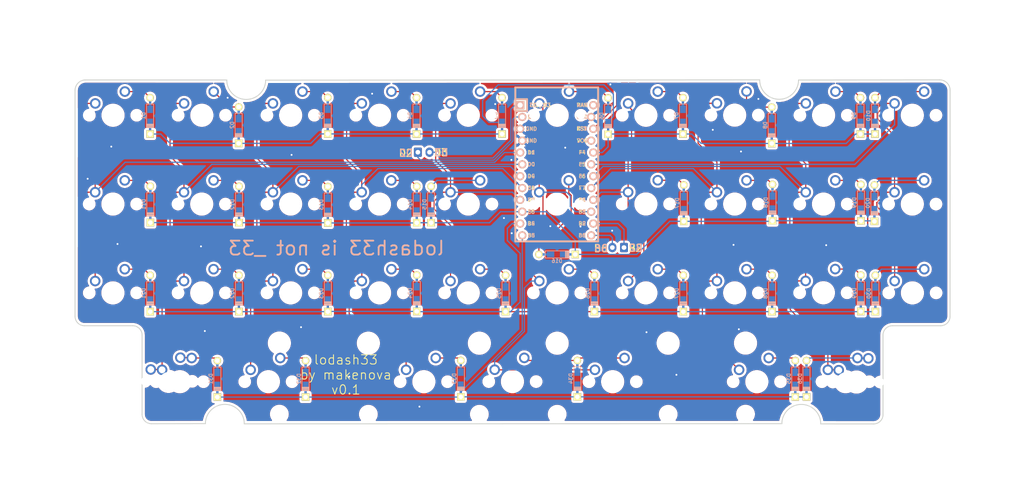
<source format=kicad_pcb>
(kicad_pcb (version 20171130) (host pcbnew "(5.1.4-0-10_14)")
  (layers (0 F.Cu signal) (31 B.Cu signal) (34 B.Paste user) (35 F.Paste user) (36 B.SilkS user) (37 F.SilkS user) (38 B.Mask user) (39 F.Mask user) (44 Edge.Cuts user))
  (net 0 "")
  (net 1 ROW0)
  (net 2 "Net-(D1-Pad2)")
  (net 3 "Net-(D2-Pad2)")
  (net 4 "Net-(D3-Pad2)")
  (net 5 "Net-(D4-Pad2)")
  (net 6 "Net-(D5-Pad2)")
  (net 7 "Net-(D6-Pad2)")
  (net 8 "Net-(D7-Pad2)")
  (net 9 "Net-(D8-Pad2)")
  (net 10 "Net-(D9-Pad2)")
  (net 11 "Net-(D10-Pad2)")
  (net 12 ROW1)
  (net 13 "Net-(D11-Pad2)")
  (net 14 "Net-(D12-Pad2)")
  (net 15 "Net-(D13-Pad2)")
  (net 16 "Net-(D14-Pad2)")
  (net 17 "Net-(D15-Pad2)")
  (net 18 "Net-(D16-Pad2)")
  (net 19 "Net-(D17-Pad2)")
  (net 20 "Net-(D18-Pad2)")
  (net 21 "Net-(D19-Pad2)")
  (net 22 "Net-(D20-Pad2)")
  (net 23 ROW2)
  (net 24 "Net-(D21-Pad2)")
  (net 25 "Net-(D22-Pad2)")
  (net 26 "Net-(D23-Pad2)")
  (net 27 "Net-(D24-Pad2)")
  (net 28 "Net-(D25-Pad2)")
  (net 29 "Net-(D26-Pad2)")
  (net 30 "Net-(D27-Pad2)")
  (net 31 "Net-(D28-Pad2)")
  (net 32 "Net-(D29-Pad2)")
  (net 33 "Net-(D30-Pad2)")
  (net 34 ROW3)
  (net 35 "Net-(D31-Pad2)")
  (net 36 "Net-(D32-Pad2)")
  (net 37 "Net-(D33-Pad2)")
  (net 38 "Net-(D34-Pad2)")
  (net 39 "Net-(D35-Pad2)")
  (net 40 "Net-(D36-Pad2)")
  (net 41 COL0)
  (net 42 COL1)
  (net 43 COL2)
  (net 44 COL3)
  (net 45 COL4)
  (net 46 COL5)
  (net 47 COL6)
  (net 48 COL7)
  (net 49 COL8)
  (net 50 COL9)
  (net 51 "Net-(U1-Pad24)")
  (net 52 "Net-(U1-Pad21)")
  (net 53 GND)
  (net 54 RST)
  (net 55 "Net-(J1-Pad2)")
  (net 56 "Net-(J1-Pad1)")
  (net 57 "Net-(J2-Pad2)")
  (net 58 "Net-(J2-Pad1)")
  (module Connector_JST:JST_EH_B2B-EH-A_1x02_P2.50mm_Vertical (layer F.Cu) (at 132.3105 64.5795)
    (fp_text reference J1 hide)
    (fp_text value Conn_01x02_Female)
    (pad 2 thru_hole oval (at 2.5 0) (size 1.7 2) (drill 1) (layers *.Cu *.Mask) (net 55 "Net-(J1-Pad2)"))
    (pad 1 thru_hole roundrect (at 0 0) (size 1.7 2) (drill 1) (layers *.Cu *.Mask) (roundrect_rratio 0.147059) (net 56 "Net-(J1-Pad1)"))
  )
  (module Connector_JST:JST_EH_B2B-EH-A_1x02_P2.50mm_Vertical (layer F.Cu) (at 176.53 85.0265 180)
    (fp_text reference J2 hide)
    (fp_text value Conn_01x02_Female)
    (pad 2 thru_hole oval (at 2.5 0 180) (size 1.7 2) (drill 1) (layers *.Cu *.Mask) (net 57 "Net-(J2-Pad2)"))
    (pad 1 thru_hole roundrect (at 0 0 180) (size 1.7 2) (drill 1) (layers *.Cu *.Mask) (roundrect_rratio 0.147059) (net 58 "Net-(J2-Pad1)"))
  )
  (module MX_Only:MXOnly-2U-ReversedStabilizers-NoLED (layer F.Cu) (at 174.1 113.8)
    (fp_text reference MX34)
    (fp_text value MX-NoLED)
    (pad 2 thru_hole circle (at 2.54 -5.08) (size 2.25 2.25) (drill 1.47) (layers *.Cu B.Mask) (net 38 "Net-(D34-Pad2)"))
    (pad "" np_thru_hole circle (at 0 0) (size 3.9878 3.9878) (drill 3.9878) (layers *.Cu *.Mask))
    (pad 1 thru_hole circle (at -3.81 -2.54) (size 2.25 2.25) (drill 1.47) (layers *.Cu B.Mask) (net 46 COL5))
    (pad "" np_thru_hole circle (at -5.08 0 48.0996) (size 1.75 1.75) (drill 1.75) (layers *.Cu *.Mask))
    (pad "" np_thru_hole circle (at 5.08 0 48.0996) (size 1.75 1.75) (drill 1.75) (layers *.Cu *.Mask))
    (pad "" np_thru_hole circle (at -11.90625 6.985) (size 3.048 3.048) (drill 3.048) (layers *.Cu *.Mask))
    (pad "" np_thru_hole circle (at 11.90625 6.985) (size 3.048 3.048) (drill 3.048) (layers *.Cu *.Mask))
    (pad "" np_thru_hole circle (at -11.90625 -8.255) (size 3.9878 3.9878) (drill 3.9878) (layers *.Cu *.Mask))
    (pad "" np_thru_hole circle (at 11.90625 -8.255) (size 3.9878 3.9878) (drill 3.9878) (layers *.Cu *.Mask))
  )
  (module MX_Only:MXOnly-2.25U-ReversedStabilizers-NoLED (layer F.Cu) (at 133.6 113.8)
    (fp_text reference MX33)
    (fp_text value MX-NoLED)
    (pad 2 thru_hole circle (at 2.54 -5.08) (size 2.25 2.25) (drill 1.47) (layers *.Cu B.Mask) (net 37 "Net-(D33-Pad2)"))
    (pad "" np_thru_hole circle (at 0 0) (size 3.9878 3.9878) (drill 3.9878) (layers *.Cu *.Mask))
    (pad 1 thru_hole circle (at -3.81 -2.54) (size 2.25 2.25) (drill 1.47) (layers *.Cu B.Mask) (net 44 COL3))
    (pad "" np_thru_hole circle (at -5.08 0 48.0996) (size 1.75 1.75) (drill 1.75) (layers *.Cu *.Mask))
    (pad "" np_thru_hole circle (at 5.08 0 48.0996) (size 1.75 1.75) (drill 1.75) (layers *.Cu *.Mask))
    (pad "" np_thru_hole circle (at -11.90625 6.985) (size 3.048 3.048) (drill 3.048) (layers *.Cu *.Mask))
    (pad "" np_thru_hole circle (at 11.90625 6.985) (size 3.048 3.048) (drill 3.048) (layers *.Cu *.Mask))
    (pad "" np_thru_hole circle (at -11.90625 -8.255) (size 3.9878 3.9878) (drill 3.9878) (layers *.Cu *.Mask))
    (pad "" np_thru_hole circle (at 11.90625 -8.255) (size 3.9878 3.9878) (drill 3.9878) (layers *.Cu *.Mask))
  )
  (module random-keyboard-parts:Jumper-UserFriendly-Small (layer F.Cu) (at 177.4825 50.375 270)
    (fp_text reference JP1)
    (fp_text value Jumper_NO_Small)
    (pad 1 smd rect (at 0 -0.85 270) (size 1.5 1.5) (layers F.Cu F.Mask) (net 53 GND))
    (pad 2 smd rect (at 0 0.85 270) (size 1.5 1.5) (layers F.Cu F.Mask) (net 54 RST))
  )
  (module MX_Only:MXOnly-6.25U-ReversedStabilizers-NoLED (layer F.Cu) (at 152.6 113.775)
    (fp_text reference MX38)
    (fp_text value MX-NoLED)
    (pad 2 thru_hole circle (at 2.54 -5.08) (size 2.25 2.25) (drill 1.47) (layers *.Cu B.Mask) (net 38 "Net-(D34-Pad2)"))
    (pad "" np_thru_hole circle (at 0 0) (size 3.9878 3.9878) (drill 3.9878) (layers *.Cu *.Mask))
    (pad 1 thru_hole circle (at -3.81 -2.54) (size 2.25 2.25) (drill 1.47) (layers *.Cu B.Mask) (net 46 COL5))
    (pad "" np_thru_hole circle (at -5.08 0 48.0996) (size 1.75 1.75) (drill 1.75) (layers *.Cu *.Mask))
    (pad "" np_thru_hole circle (at 5.08 0 48.0996) (size 1.75 1.75) (drill 1.75) (layers *.Cu *.Mask))
    (pad "" np_thru_hole circle (at -49.9999 6.985) (size 3.048 3.048) (drill 3.048) (layers *.Cu *.Mask))
    (pad "" np_thru_hole circle (at 49.9999 6.985) (size 3.048 3.048) (drill 3.048) (layers *.Cu *.Mask))
    (pad "" np_thru_hole circle (at -49.9999 -8.255) (size 3.9878 3.9878) (drill 3.9878) (layers *.Cu *.Mask))
    (pad "" np_thru_hole circle (at 49.9999 -8.255) (size 3.9878 3.9878) (drill 3.9878) (layers *.Cu *.Mask))
  )
  (module MX_Only:MXOnly-1.25U-NoLED (layer F.Cu) (at 78.825 113.725)
    (fp_text reference MX37)
    (fp_text value MX-NoLED)
    (pad 2 thru_hole circle (at 2.54 -5.08) (size 2.25 2.25) (drill 1.47) (layers *.Cu B.Mask) (net 35 "Net-(D31-Pad2)"))
    (pad "" np_thru_hole circle (at 0 0) (size 3.9878 3.9878) (drill 3.9878) (layers *.Cu *.Mask))
    (pad 1 thru_hole circle (at -3.81 -2.54) (size 2.25 2.25) (drill 1.47) (layers *.Cu B.Mask) (net 42 COL1))
    (pad "" np_thru_hole circle (at -5.08 0 48.0996) (size 1.75 1.75) (drill 1.75) (layers *.Cu *.Mask))
    (pad "" np_thru_hole circle (at 5.08 0 48.0996) (size 1.75 1.75) (drill 1.75) (layers *.Cu *.Mask))
  )
  (module MX_Only:MXOnly-1.25U-NoLED (layer F.Cu) (at 205.025 113.8)
    (fp_text reference MX35)
    (fp_text value MX-NoLED)
    (pad 2 thru_hole circle (at 2.54 -5.08) (size 2.25 2.25) (drill 1.47) (layers *.Cu B.Mask) (net 39 "Net-(D35-Pad2)"))
    (pad "" np_thru_hole circle (at 0 0) (size 3.9878 3.9878) (drill 3.9878) (layers *.Cu *.Mask))
    (pad 1 thru_hole circle (at -3.81 -2.54) (size 2.25 2.25) (drill 1.47) (layers *.Cu B.Mask) (net 48 COL7))
    (pad "" np_thru_hole circle (at -5.08 0 48.0996) (size 1.75 1.75) (drill 1.75) (layers *.Cu *.Mask))
    (pad "" np_thru_hole circle (at 5.08 0 48.0996) (size 1.75 1.75) (drill 1.75) (layers *.Cu *.Mask))
  )
  (module MX_Only:MXOnly-1.25U-NoLED (layer F.Cu) (at 100.25 113.8)
    (fp_text reference MX32)
    (fp_text value MX-NoLED)
    (pad 2 thru_hole circle (at 2.54 -5.08) (size 2.25 2.25) (drill 1.47) (layers *.Cu B.Mask) (net 36 "Net-(D32-Pad2)"))
    (pad "" np_thru_hole circle (at 0 0) (size 3.9878 3.9878) (drill 3.9878) (layers *.Cu *.Mask))
    (pad 1 thru_hole circle (at -3.81 -2.54) (size 2.25 2.25) (drill 1.47) (layers *.Cu B.Mask) (net 43 COL2))
    (pad "" np_thru_hole circle (at -5.08 0 48.0996) (size 1.75 1.75) (drill 1.75) (layers *.Cu *.Mask))
    (pad "" np_thru_hole circle (at 5.08 0 48.0996) (size 1.75 1.75) (drill 1.75) (layers *.Cu *.Mask))
  )
  (module Keebio-Parts:ArduinoProMicro-ZigZag (layer F.Cu) (at 162.1 68.45 270)
    (fp_text reference U1 hide)
    (fp_text value ProMicro hide)
    (fp_text user D2 (at -11.43 5.461) (layer B.SilkS) (effects (font (size 0.8 0.8)) (justify mirror)))
    (fp_text user D0 (at -1.27 5.461) (layer B.SilkS) (effects (font (size 0.8 0.8)) (justify mirror)))
    (fp_text user D1 (at -3.81 5.461) (layer B.SilkS) (effects (font (size 0.8 0.8)) (justify mirror)))
    (fp_text user GND (at -6.35 5.461) (layer B.SilkS) (effects (font (size 0.8 0.8)) (justify mirror)))
    (fp_text user GND (at -8.89 5.461) (layer B.SilkS) (effects (font (size 0.8 0.8)) (justify mirror)))
    (fp_text user D4 (at 1.27 5.461) (layer B.SilkS) (effects (font (size 0.8 0.8)) (justify mirror)))
    (fp_text user C6 (at 3.81 5.461) (layer B.SilkS) (effects (font (size 0.8 0.8)) (justify mirror)))
    (fp_text user D7 (at 6.35 5.461) (layer B.SilkS) (effects (font (size 0.8 0.8)) (justify mirror)))
    (fp_text user E6 (at 8.89 5.461) (layer B.SilkS) (effects (font (size 0.8 0.8)) (justify mirror)))
    (fp_text user B4 (at 11.43 5.461) (layer B.SilkS) (effects (font (size 0.8 0.8)) (justify mirror)))
    (fp_text user B5 (at 13.97 5.461) (layer B.SilkS) (effects (font (size 0.8 0.8)) (justify mirror)))
    (fp_text user B6 (at 13.97 -5.461) (layer B.SilkS) (effects (font (size 0.8 0.8)) (justify mirror)))
    (fp_text user B2 (at 11.43 -5.461) (layer F.SilkS) (effects (font (size 0.8 0.8))))
    (fp_text user B3 (at 8.89 -5.461) (layer B.SilkS) (effects (font (size 0.8 0.8)) (justify mirror)))
    (fp_text user B1 (at 6.35 -5.461) (layer B.SilkS) (effects (font (size 0.8 0.8)) (justify mirror)))
    (fp_text user F7 (at 3.81 -5.461) (layer F.SilkS) (effects (font (size 0.8 0.8))))
    (fp_text user F6 (at 1.27 -5.461) (layer F.SilkS) (effects (font (size 0.8 0.8))))
    (fp_text user F5 (at -1.27 -5.461) (layer F.SilkS) (effects (font (size 0.8 0.8))))
    (fp_text user F4 (at -3.81 -5.461) (layer B.SilkS) (effects (font (size 0.8 0.8)) (justify mirror)))
    (fp_text user VCC (at -6.35 -5.461) (layer B.SilkS) (effects (font (size 0.8 0.8)) (justify mirror)))
    (fp_text user GND (at -11.43 -5.461) (layer B.SilkS) (effects (font (size 0.8 0.8)) (justify mirror)))
    (fp_text user RAW (at -13.97 -5.461) (layer B.SilkS) (effects (font (size 0.8 0.8)) (justify mirror)))
    (fp_text user RAW (at -13.97 -5.461) (layer F.SilkS) (effects (font (size 0.8 0.8))))
    (fp_text user GND (at -11.43 -5.461) (layer F.SilkS) (effects (font (size 0.8 0.8))))
    (fp_text user ST (at -8.92 -5.73312) (layer F.SilkS) (effects (font (size 0.8 0.8))))
    (fp_text user VCC (at -6.35 -5.461) (layer F.SilkS) (effects (font (size 0.8 0.8))))
    (fp_text user F4 (at -3.81 -5.461) (layer F.SilkS) (effects (font (size 0.8 0.8))))
    (fp_text user F5 (at -1.27 -5.461) (layer B.SilkS) (effects (font (size 0.8 0.8)) (justify mirror)))
    (fp_text user F6 (at 1.27 -5.461) (layer B.SilkS) (effects (font (size 0.8 0.8)) (justify mirror)))
    (fp_text user F7 (at 3.81 -5.461) (layer B.SilkS) (effects (font (size 0.8 0.8)) (justify mirror)))
    (fp_text user B1 (at 6.35 -5.461) (layer F.SilkS) (effects (font (size 0.8 0.8))))
    (fp_text user B3 (at 8.89 -5.461) (layer F.SilkS) (effects (font (size 0.8 0.8))))
    (fp_text user B2 (at 11.43 -5.461) (layer B.SilkS) (effects (font (size 0.8 0.8)) (justify mirror)))
    (fp_text user B6 (at 13.97 -5.461) (layer F.SilkS) (effects (font (size 0.8 0.8))))
    (fp_text user B5 (at 13.97 5.461) (layer F.SilkS) (effects (font (size 0.8 0.8))))
    (fp_text user B4 (at 11.43 5.461) (layer F.SilkS) (effects (font (size 0.8 0.8))))
    (fp_text user E6 (at 8.89 5.461) (layer F.SilkS) (effects (font (size 0.8 0.8))))
    (fp_text user D7 (at 6.35 5.461) (layer F.SilkS) (effects (font (size 0.8 0.8))))
    (fp_text user C6 (at 3.81 5.461) (layer F.SilkS) (effects (font (size 0.8 0.8))))
    (fp_text user D4 (at 1.27 5.461) (layer F.SilkS) (effects (font (size 0.8 0.8))))
    (fp_text user GND (at -8.89 5.461) (layer F.SilkS) (effects (font (size 0.8 0.8))))
    (fp_text user GND (at -6.35 5.461) (layer F.SilkS) (effects (font (size 0.8 0.8))))
    (fp_text user D1 (at -3.81 5.461) (layer F.SilkS) (effects (font (size 0.8 0.8))))
    (fp_text user D0 (at -1.27 5.461) (layer F.SilkS) (effects (font (size 0.8 0.8))))
    (fp_text user D2 (at -11.43 5.461) (layer F.SilkS) (effects (font (size 0.8 0.8))))
    (fp_text user TX0/D3 (at -13.97 3.571872) (layer B.SilkS) (effects (font (size 0.8 0.8)) (justify mirror)))
    (fp_text user TX0/D3 (at -13.97 3.571872) (layer F.SilkS) (effects (font (size 0.8 0.8))))
    (fp_text user ST (at -8.91 -5.04) (layer B.SilkS) (effects (font (size 0.8 0.8)) (justify mirror)))
    (pad 1 thru_hole rect (at -13.97 7.8486 270) (size 1.7526 1.7526) (drill 1.0922) (layers *.Cu *.SilkS *.Mask) (net 55 "Net-(J1-Pad2)"))
    (pad 2 thru_hole circle (at -11.43 7.3914 270) (size 1.7526 1.7526) (drill 1.0922) (layers *.Cu *.SilkS *.Mask) (net 56 "Net-(J1-Pad1)"))
    (pad 3 thru_hole circle (at -8.89 7.8486 270) (size 1.7526 1.7526) (drill 1.0922) (layers *.Cu *.SilkS *.Mask) (net 53 GND))
    (pad 4 thru_hole circle (at -6.35 7.3914 270) (size 1.7526 1.7526) (drill 1.0922) (layers *.Cu *.SilkS *.Mask) (net 53 GND))
    (pad 5 thru_hole circle (at -3.81 7.8486 270) (size 1.7526 1.7526) (drill 1.0922) (layers *.Cu *.SilkS *.Mask) (net 41 COL0))
    (pad 6 thru_hole circle (at -1.27 7.3914 270) (size 1.7526 1.7526) (drill 1.0922) (layers *.Cu *.SilkS *.Mask) (net 42 COL1))
    (pad 7 thru_hole circle (at 1.27 7.8486 270) (size 1.7526 1.7526) (drill 1.0922) (layers *.Cu *.SilkS *.Mask) (net 43 COL2))
    (pad 8 thru_hole circle (at 3.81 7.3914 270) (size 1.7526 1.7526) (drill 1.0922) (layers *.Cu *.SilkS *.Mask) (net 44 COL3))
    (pad 9 thru_hole circle (at 6.35 7.8486 270) (size 1.7526 1.7526) (drill 1.0922) (layers *.Cu *.SilkS *.Mask) (net 45 COL4))
    (pad 10 thru_hole circle (at 8.89 7.3914 270) (size 1.7526 1.7526) (drill 1.0922) (layers *.Cu *.SilkS *.Mask) (net 12 ROW1))
    (pad 11 thru_hole circle (at 11.43 7.8486 270) (size 1.7526 1.7526) (drill 1.0922) (layers *.Cu *.SilkS *.Mask) (net 23 ROW2))
    (pad 13 thru_hole circle (at 13.97 -7.3914 270) (size 1.7526 1.7526) (drill 1.0922) (layers *.Cu *.SilkS *.Mask) (net 57 "Net-(J2-Pad2)"))
    (pad 14 thru_hole circle (at 11.43 -7.8486 270) (size 1.7526 1.7526) (drill 1.0922) (layers *.Cu *.SilkS *.Mask) (net 58 "Net-(J2-Pad1)"))
    (pad 15 thru_hole circle (at 8.89 -7.3914 270) (size 1.7526 1.7526) (drill 1.0922) (layers *.Cu *.SilkS *.Mask) (net 46 COL5))
    (pad 16 thru_hole circle (at 6.35 -7.8486 270) (size 1.7526 1.7526) (drill 1.0922) (layers *.Cu *.SilkS *.Mask) (net 47 COL6))
    (pad 17 thru_hole circle (at 3.81 -7.3914 270) (size 1.7526 1.7526) (drill 1.0922) (layers *.Cu *.SilkS *.Mask) (net 48 COL7))
    (pad 18 thru_hole circle (at 1.27 -7.8486 270) (size 1.7526 1.7526) (drill 1.0922) (layers *.Cu *.SilkS *.Mask) (net 49 COL8))
    (pad 19 thru_hole circle (at -1.27 -7.3914 270) (size 1.7526 1.7526) (drill 1.0922) (layers *.Cu *.SilkS *.Mask) (net 50 COL9))
    (pad 20 thru_hole circle (at -3.81 -7.8486 270) (size 1.7526 1.7526) (drill 1.0922) (layers *.Cu *.SilkS *.Mask) (net 1 ROW0))
    (pad 21 thru_hole circle (at -6.35 -7.3914 270) (size 1.7526 1.7526) (drill 1.0922) (layers *.Cu *.SilkS *.Mask) (net 52 "Net-(U1-Pad21)"))
    (pad 22 thru_hole circle (at -8.89 -7.8486 270) (size 1.7526 1.7526) (drill 1.0922) (layers *.Cu *.SilkS *.Mask) (net 54 RST))
    (pad 23 thru_hole circle (at -11.43 -7.3914 270) (size 1.7526 1.7526) (drill 1.0922) (layers *.Cu *.SilkS *.Mask) (net 53 GND))
    (pad 12 thru_hole circle (at 13.97 7.3914 270) (size 1.7526 1.7526) (drill 1.0922) (layers *.Cu *.SilkS *.Mask) (net 34 ROW3))
    (pad 24 thru_hole circle (at -13.97 -7.8486 270) (size 1.7526 1.7526) (drill 1.0922) (layers *.Cu *.SilkS *.Mask) (net 51 "Net-(U1-Pad24)"))
  )
  (module MX_Only:MXOnly-1U-NoLED (layer F.Cu) (at 226.4 113.875)
    (fp_text reference MX39)
    (fp_text value MX-NoLED)
    (pad 2 thru_hole circle (at 2.54 -5.08) (size 2.25 2.25) (drill 1.47) (layers *.Cu B.Mask) (net 40 "Net-(D36-Pad2)"))
    (pad "" np_thru_hole circle (at 0 0) (size 3.9878 3.9878) (drill 3.9878) (layers *.Cu *.Mask))
    (pad 1 thru_hole circle (at -3.81 -2.54) (size 2.25 2.25) (drill 1.47) (layers *.Cu B.Mask) (net 49 COL8))
    (pad "" np_thru_hole circle (at -5.08 0 48.0996) (size 1.75 1.75) (drill 1.75) (layers *.Cu *.Mask))
    (pad "" np_thru_hole circle (at 5.08 0 48.0996) (size 1.75 1.75) (drill 1.75) (layers *.Cu *.Mask))
  )
  (module MX_Only:MXOnly-1U-NoLED (layer F.Cu) (at 224.075 113.8)
    (fp_text reference MX36)
    (fp_text value MX-NoLED)
    (pad 2 thru_hole circle (at 2.54 -5.08) (size 2.25 2.25) (drill 1.47) (layers *.Cu B.Mask) (net 40 "Net-(D36-Pad2)"))
    (pad "" np_thru_hole circle (at 0 0) (size 3.9878 3.9878) (drill 3.9878) (layers *.Cu *.Mask))
    (pad 1 thru_hole circle (at -3.81 -2.54) (size 2.25 2.25) (drill 1.47) (layers *.Cu B.Mask) (net 49 COL8))
    (pad "" np_thru_hole circle (at -5.08 0 48.0996) (size 1.75 1.75) (drill 1.75) (layers *.Cu *.Mask))
    (pad "" np_thru_hole circle (at 5.08 0 48.0996) (size 1.75 1.75) (drill 1.75) (layers *.Cu *.Mask))
  )
  (module MX_Only:MXOnly-1U-NoLED (layer F.Cu) (at 81.25 113.8)
    (fp_text reference MX31)
    (fp_text value MX-NoLED)
    (pad 2 thru_hole circle (at 2.54 -5.08) (size 2.25 2.25) (drill 1.47) (layers *.Cu B.Mask) (net 35 "Net-(D31-Pad2)"))
    (pad "" np_thru_hole circle (at 0 0) (size 3.9878 3.9878) (drill 3.9878) (layers *.Cu *.Mask))
    (pad 1 thru_hole circle (at -3.81 -2.54) (size 2.25 2.25) (drill 1.47) (layers *.Cu B.Mask) (net 42 COL1))
    (pad "" np_thru_hole circle (at -5.08 0 48.0996) (size 1.75 1.75) (drill 1.75) (layers *.Cu *.Mask))
    (pad "" np_thru_hole circle (at 5.08 0 48.0996) (size 1.75 1.75) (drill 1.75) (layers *.Cu *.Mask))
  )
  (module MX_Only:MXOnly-1U-NoLED (layer F.Cu) (at 238.4 94.75)
    (fp_text reference MX30)
    (fp_text value MX-NoLED)
    (pad 2 thru_hole circle (at 2.54 -5.08) (size 2.25 2.25) (drill 1.47) (layers *.Cu B.Mask) (net 33 "Net-(D30-Pad2)"))
    (pad "" np_thru_hole circle (at 0 0) (size 3.9878 3.9878) (drill 3.9878) (layers *.Cu *.Mask))
    (pad 1 thru_hole circle (at -3.81 -2.54) (size 2.25 2.25) (drill 1.47) (layers *.Cu B.Mask) (net 50 COL9))
    (pad "" np_thru_hole circle (at -5.08 0 48.0996) (size 1.75 1.75) (drill 1.75) (layers *.Cu *.Mask))
    (pad "" np_thru_hole circle (at 5.08 0 48.0996) (size 1.75 1.75) (drill 1.75) (layers *.Cu *.Mask))
  )
  (module MX_Only:MXOnly-1U-NoLED (layer F.Cu) (at 219.3 94.725)
    (fp_text reference MX29)
    (fp_text value MX-NoLED)
    (pad 2 thru_hole circle (at 2.54 -5.08) (size 2.25 2.25) (drill 1.47) (layers *.Cu B.Mask) (net 32 "Net-(D29-Pad2)"))
    (pad "" np_thru_hole circle (at 0 0) (size 3.9878 3.9878) (drill 3.9878) (layers *.Cu *.Mask))
    (pad 1 thru_hole circle (at -3.81 -2.54) (size 2.25 2.25) (drill 1.47) (layers *.Cu B.Mask) (net 49 COL8))
    (pad "" np_thru_hole circle (at -5.08 0 48.0996) (size 1.75 1.75) (drill 1.75) (layers *.Cu *.Mask))
    (pad "" np_thru_hole circle (at 5.08 0 48.0996) (size 1.75 1.75) (drill 1.75) (layers *.Cu *.Mask))
  )
  (module MX_Only:MXOnly-1U-NoLED (layer F.Cu) (at 200.275 94.75)
    (fp_text reference MX28)
    (fp_text value MX-NoLED)
    (pad 2 thru_hole circle (at 2.54 -5.08) (size 2.25 2.25) (drill 1.47) (layers *.Cu B.Mask) (net 31 "Net-(D28-Pad2)"))
    (pad "" np_thru_hole circle (at 0 0) (size 3.9878 3.9878) (drill 3.9878) (layers *.Cu *.Mask))
    (pad 1 thru_hole circle (at -3.81 -2.54) (size 2.25 2.25) (drill 1.47) (layers *.Cu B.Mask) (net 48 COL7))
    (pad "" np_thru_hole circle (at -5.08 0 48.0996) (size 1.75 1.75) (drill 1.75) (layers *.Cu *.Mask))
    (pad "" np_thru_hole circle (at 5.08 0 48.0996) (size 1.75 1.75) (drill 1.75) (layers *.Cu *.Mask))
  )
  (module MX_Only:MXOnly-1U-NoLED (layer F.Cu) (at 181.225 94.75)
    (fp_text reference MX27)
    (fp_text value MX-NoLED)
    (pad 2 thru_hole circle (at 2.54 -5.08) (size 2.25 2.25) (drill 1.47) (layers *.Cu B.Mask) (net 30 "Net-(D27-Pad2)"))
    (pad "" np_thru_hole circle (at 0 0) (size 3.9878 3.9878) (drill 3.9878) (layers *.Cu *.Mask))
    (pad 1 thru_hole circle (at -3.81 -2.54) (size 2.25 2.25) (drill 1.47) (layers *.Cu B.Mask) (net 47 COL6))
    (pad "" np_thru_hole circle (at -5.08 0 48.0996) (size 1.75 1.75) (drill 1.75) (layers *.Cu *.Mask))
    (pad "" np_thru_hole circle (at 5.08 0 48.0996) (size 1.75 1.75) (drill 1.75) (layers *.Cu *.Mask))
  )
  (module MX_Only:MXOnly-1U-NoLED (layer F.Cu) (at 162.175 94.75)
    (fp_text reference MX26)
    (fp_text value MX-NoLED)
    (pad 2 thru_hole circle (at 2.54 -5.08) (size 2.25 2.25) (drill 1.47) (layers *.Cu B.Mask) (net 29 "Net-(D26-Pad2)"))
    (pad "" np_thru_hole circle (at 0 0) (size 3.9878 3.9878) (drill 3.9878) (layers *.Cu *.Mask))
    (pad 1 thru_hole circle (at -3.81 -2.54) (size 2.25 2.25) (drill 1.47) (layers *.Cu B.Mask) (net 46 COL5))
    (pad "" np_thru_hole circle (at -5.08 0 48.0996) (size 1.75 1.75) (drill 1.75) (layers *.Cu *.Mask))
    (pad "" np_thru_hole circle (at 5.08 0 48.0996) (size 1.75 1.75) (drill 1.75) (layers *.Cu *.Mask))
  )
  (module MX_Only:MXOnly-1U-NoLED (layer F.Cu) (at 143.125 94.75)
    (fp_text reference MX25)
    (fp_text value MX-NoLED)
    (pad 2 thru_hole circle (at 2.54 -5.08) (size 2.25 2.25) (drill 1.47) (layers *.Cu B.Mask) (net 28 "Net-(D25-Pad2)"))
    (pad "" np_thru_hole circle (at 0 0) (size 3.9878 3.9878) (drill 3.9878) (layers *.Cu *.Mask))
    (pad 1 thru_hole circle (at -3.81 -2.54) (size 2.25 2.25) (drill 1.47) (layers *.Cu B.Mask) (net 45 COL4))
    (pad "" np_thru_hole circle (at -5.08 0 48.0996) (size 1.75 1.75) (drill 1.75) (layers *.Cu *.Mask))
    (pad "" np_thru_hole circle (at 5.08 0 48.0996) (size 1.75 1.75) (drill 1.75) (layers *.Cu *.Mask))
  )
  (module MX_Only:MXOnly-1U-NoLED (layer F.Cu) (at 124.1 94.75)
    (fp_text reference MX24)
    (fp_text value MX-NoLED)
    (pad 2 thru_hole circle (at 2.54 -5.08) (size 2.25 2.25) (drill 1.47) (layers *.Cu B.Mask) (net 27 "Net-(D24-Pad2)"))
    (pad "" np_thru_hole circle (at 0 0) (size 3.9878 3.9878) (drill 3.9878) (layers *.Cu *.Mask))
    (pad 1 thru_hole circle (at -3.81 -2.54) (size 2.25 2.25) (drill 1.47) (layers *.Cu B.Mask) (net 44 COL3))
    (pad "" np_thru_hole circle (at -5.08 0 48.0996) (size 1.75 1.75) (drill 1.75) (layers *.Cu *.Mask))
    (pad "" np_thru_hole circle (at 5.08 0 48.0996) (size 1.75 1.75) (drill 1.75) (layers *.Cu *.Mask))
  )
  (module MX_Only:MXOnly-1U-NoLED (layer F.Cu) (at 105.025 94.75)
    (fp_text reference MX23)
    (fp_text value MX-NoLED)
    (pad 2 thru_hole circle (at 2.54 -5.08) (size 2.25 2.25) (drill 1.47) (layers *.Cu B.Mask) (net 26 "Net-(D23-Pad2)"))
    (pad "" np_thru_hole circle (at 0 0) (size 3.9878 3.9878) (drill 3.9878) (layers *.Cu *.Mask))
    (pad 1 thru_hole circle (at -3.81 -2.54) (size 2.25 2.25) (drill 1.47) (layers *.Cu B.Mask) (net 43 COL2))
    (pad "" np_thru_hole circle (at -5.08 0 48.0996) (size 1.75 1.75) (drill 1.75) (layers *.Cu *.Mask))
    (pad "" np_thru_hole circle (at 5.08 0 48.0996) (size 1.75 1.75) (drill 1.75) (layers *.Cu *.Mask))
  )
  (module MX_Only:MXOnly-1U-NoLED (layer F.Cu) (at 85.95 94.75)
    (fp_text reference MX22)
    (fp_text value MX-NoLED)
    (pad 2 thru_hole circle (at 2.54 -5.08) (size 2.25 2.25) (drill 1.47) (layers *.Cu B.Mask) (net 25 "Net-(D22-Pad2)"))
    (pad "" np_thru_hole circle (at 0 0) (size 3.9878 3.9878) (drill 3.9878) (layers *.Cu *.Mask))
    (pad 1 thru_hole circle (at -3.81 -2.54) (size 2.25 2.25) (drill 1.47) (layers *.Cu B.Mask) (net 42 COL1))
    (pad "" np_thru_hole circle (at -5.08 0 48.0996) (size 1.75 1.75) (drill 1.75) (layers *.Cu *.Mask))
    (pad "" np_thru_hole circle (at 5.08 0 48.0996) (size 1.75 1.75) (drill 1.75) (layers *.Cu *.Mask))
  )
  (module MX_Only:MXOnly-1U-NoLED (layer F.Cu) (at 66.9 94.75)
    (fp_text reference MX21)
    (fp_text value MX-NoLED)
    (pad 2 thru_hole circle (at 2.54 -5.08) (size 2.25 2.25) (drill 1.47) (layers *.Cu B.Mask) (net 24 "Net-(D21-Pad2)"))
    (pad "" np_thru_hole circle (at 0 0) (size 3.9878 3.9878) (drill 3.9878) (layers *.Cu *.Mask))
    (pad 1 thru_hole circle (at -3.81 -2.54) (size 2.25 2.25) (drill 1.47) (layers *.Cu B.Mask) (net 41 COL0))
    (pad "" np_thru_hole circle (at -5.08 0 48.0996) (size 1.75 1.75) (drill 1.75) (layers *.Cu *.Mask))
    (pad "" np_thru_hole circle (at 5.08 0 48.0996) (size 1.75 1.75) (drill 1.75) (layers *.Cu *.Mask))
  )
  (module MX_Only:MXOnly-1U-NoLED (layer F.Cu) (at 238.375 75.7)
    (fp_text reference MX20)
    (fp_text value MX-NoLED)
    (pad 2 thru_hole circle (at 2.54 -5.08) (size 2.25 2.25) (drill 1.47) (layers *.Cu B.Mask) (net 22 "Net-(D20-Pad2)"))
    (pad "" np_thru_hole circle (at 0 0) (size 3.9878 3.9878) (drill 3.9878) (layers *.Cu *.Mask))
    (pad 1 thru_hole circle (at -3.81 -2.54) (size 2.25 2.25) (drill 1.47) (layers *.Cu B.Mask) (net 50 COL9))
    (pad "" np_thru_hole circle (at -5.08 0 48.0996) (size 1.75 1.75) (drill 1.75) (layers *.Cu *.Mask))
    (pad "" np_thru_hole circle (at 5.08 0 48.0996) (size 1.75 1.75) (drill 1.75) (layers *.Cu *.Mask))
  )
  (module MX_Only:MXOnly-1U-NoLED (layer F.Cu) (at 219.325 75.7)
    (fp_text reference MX19)
    (fp_text value MX-NoLED)
    (pad 2 thru_hole circle (at 2.54 -5.08) (size 2.25 2.25) (drill 1.47) (layers *.Cu B.Mask) (net 21 "Net-(D19-Pad2)"))
    (pad "" np_thru_hole circle (at 0 0) (size 3.9878 3.9878) (drill 3.9878) (layers *.Cu *.Mask))
    (pad 1 thru_hole circle (at -3.81 -2.54) (size 2.25 2.25) (drill 1.47) (layers *.Cu B.Mask) (net 49 COL8))
    (pad "" np_thru_hole circle (at -5.08 0 48.0996) (size 1.75 1.75) (drill 1.75) (layers *.Cu *.Mask))
    (pad "" np_thru_hole circle (at 5.08 0 48.0996) (size 1.75 1.75) (drill 1.75) (layers *.Cu *.Mask))
  )
  (module MX_Only:MXOnly-1U-NoLED (layer F.Cu) (at 200.275 75.7)
    (fp_text reference MX18)
    (fp_text value MX-NoLED)
    (pad 2 thru_hole circle (at 2.54 -5.08) (size 2.25 2.25) (drill 1.47) (layers *.Cu B.Mask) (net 20 "Net-(D18-Pad2)"))
    (pad "" np_thru_hole circle (at 0 0) (size 3.9878 3.9878) (drill 3.9878) (layers *.Cu *.Mask))
    (pad 1 thru_hole circle (at -3.81 -2.54) (size 2.25 2.25) (drill 1.47) (layers *.Cu B.Mask) (net 48 COL7))
    (pad "" np_thru_hole circle (at -5.08 0 48.0996) (size 1.75 1.75) (drill 1.75) (layers *.Cu *.Mask))
    (pad "" np_thru_hole circle (at 5.08 0 48.0996) (size 1.75 1.75) (drill 1.75) (layers *.Cu *.Mask))
  )
  (module MX_Only:MXOnly-1U-NoLED (layer F.Cu) (at 181.225 75.675)
    (fp_text reference MX17)
    (fp_text value MX-NoLED)
    (pad 2 thru_hole circle (at 2.54 -5.08) (size 2.25 2.25) (drill 1.47) (layers *.Cu B.Mask) (net 19 "Net-(D17-Pad2)"))
    (pad "" np_thru_hole circle (at 0 0) (size 3.9878 3.9878) (drill 3.9878) (layers *.Cu *.Mask))
    (pad 1 thru_hole circle (at -3.81 -2.54) (size 2.25 2.25) (drill 1.47) (layers *.Cu B.Mask) (net 47 COL6))
    (pad "" np_thru_hole circle (at -5.08 0 48.0996) (size 1.75 1.75) (drill 1.75) (layers *.Cu *.Mask))
    (pad "" np_thru_hole circle (at 5.08 0 48.0996) (size 1.75 1.75) (drill 1.75) (layers *.Cu *.Mask))
  )
  (module MX_Only:MXOnly-1U-NoLED (layer F.Cu) (at 162.15 75.7)
    (fp_text reference MX16)
    (fp_text value MX-NoLED)
    (pad 2 thru_hole circle (at 2.54 -5.08) (size 2.25 2.25) (drill 1.47) (layers *.Cu B.Mask) (net 18 "Net-(D16-Pad2)"))
    (pad "" np_thru_hole circle (at 0 0) (size 3.9878 3.9878) (drill 3.9878) (layers *.Cu *.Mask))
    (pad 1 thru_hole circle (at -3.81 -2.54) (size 2.25 2.25) (drill 1.47) (layers *.Cu B.Mask) (net 46 COL5))
    (pad "" np_thru_hole circle (at -5.08 0 48.0996) (size 1.75 1.75) (drill 1.75) (layers *.Cu *.Mask))
    (pad "" np_thru_hole circle (at 5.08 0 48.0996) (size 1.75 1.75) (drill 1.75) (layers *.Cu *.Mask))
  )
  (module MX_Only:MXOnly-1U-NoLED (layer F.Cu) (at 143.125 75.7)
    (fp_text reference MX15)
    (fp_text value MX-NoLED)
    (pad 2 thru_hole circle (at 2.54 -5.08) (size 2.25 2.25) (drill 1.47) (layers *.Cu B.Mask) (net 17 "Net-(D15-Pad2)"))
    (pad "" np_thru_hole circle (at 0 0) (size 3.9878 3.9878) (drill 3.9878) (layers *.Cu *.Mask))
    (pad 1 thru_hole circle (at -3.81 -2.54) (size 2.25 2.25) (drill 1.47) (layers *.Cu B.Mask) (net 45 COL4))
    (pad "" np_thru_hole circle (at -5.08 0 48.0996) (size 1.75 1.75) (drill 1.75) (layers *.Cu *.Mask))
    (pad "" np_thru_hole circle (at 5.08 0 48.0996) (size 1.75 1.75) (drill 1.75) (layers *.Cu *.Mask))
  )
  (module MX_Only:MXOnly-1U-NoLED (layer F.Cu) (at 124.075 75.7)
    (fp_text reference MX14)
    (fp_text value MX-NoLED)
    (pad 2 thru_hole circle (at 2.54 -5.08) (size 2.25 2.25) (drill 1.47) (layers *.Cu B.Mask) (net 16 "Net-(D14-Pad2)"))
    (pad "" np_thru_hole circle (at 0 0) (size 3.9878 3.9878) (drill 3.9878) (layers *.Cu *.Mask))
    (pad 1 thru_hole circle (at -3.81 -2.54) (size 2.25 2.25) (drill 1.47) (layers *.Cu B.Mask) (net 44 COL3))
    (pad "" np_thru_hole circle (at -5.08 0 48.0996) (size 1.75 1.75) (drill 1.75) (layers *.Cu *.Mask))
    (pad "" np_thru_hole circle (at 5.08 0 48.0996) (size 1.75 1.75) (drill 1.75) (layers *.Cu *.Mask))
  )
  (module MX_Only:MXOnly-1U-NoLED (layer F.Cu) (at 105.025 75.7)
    (fp_text reference MX13)
    (fp_text value MX-NoLED)
    (pad 2 thru_hole circle (at 2.54 -5.08) (size 2.25 2.25) (drill 1.47) (layers *.Cu B.Mask) (net 15 "Net-(D13-Pad2)"))
    (pad "" np_thru_hole circle (at 0 0) (size 3.9878 3.9878) (drill 3.9878) (layers *.Cu *.Mask))
    (pad 1 thru_hole circle (at -3.81 -2.54) (size 2.25 2.25) (drill 1.47) (layers *.Cu B.Mask) (net 43 COL2))
    (pad "" np_thru_hole circle (at -5.08 0 48.0996) (size 1.75 1.75) (drill 1.75) (layers *.Cu *.Mask))
    (pad "" np_thru_hole circle (at 5.08 0 48.0996) (size 1.75 1.75) (drill 1.75) (layers *.Cu *.Mask))
  )
  (module MX_Only:MXOnly-1U-NoLED (layer F.Cu) (at 85.95 75.7)
    (fp_text reference MX12)
    (fp_text value MX-NoLED)
    (pad 2 thru_hole circle (at 2.54 -5.08) (size 2.25 2.25) (drill 1.47) (layers *.Cu B.Mask) (net 14 "Net-(D12-Pad2)"))
    (pad "" np_thru_hole circle (at 0 0) (size 3.9878 3.9878) (drill 3.9878) (layers *.Cu *.Mask))
    (pad 1 thru_hole circle (at -3.81 -2.54) (size 2.25 2.25) (drill 1.47) (layers *.Cu B.Mask) (net 42 COL1))
    (pad "" np_thru_hole circle (at -5.08 0 48.0996) (size 1.75 1.75) (drill 1.75) (layers *.Cu *.Mask))
    (pad "" np_thru_hole circle (at 5.08 0 48.0996) (size 1.75 1.75) (drill 1.75) (layers *.Cu *.Mask))
  )
  (module MX_Only:MXOnly-1U-NoLED (layer F.Cu) (at 66.9 75.7)
    (fp_text reference MX11)
    (fp_text value MX-NoLED)
    (pad 2 thru_hole circle (at 2.54 -5.08) (size 2.25 2.25) (drill 1.47) (layers *.Cu B.Mask) (net 13 "Net-(D11-Pad2)"))
    (pad "" np_thru_hole circle (at 0 0) (size 3.9878 3.9878) (drill 3.9878) (layers *.Cu *.Mask))
    (pad 1 thru_hole circle (at -3.81 -2.54) (size 2.25 2.25) (drill 1.47) (layers *.Cu B.Mask) (net 41 COL0))
    (pad "" np_thru_hole circle (at -5.08 0 48.0996) (size 1.75 1.75) (drill 1.75) (layers *.Cu *.Mask))
    (pad "" np_thru_hole circle (at 5.08 0 48.0996) (size 1.75 1.75) (drill 1.75) (layers *.Cu *.Mask))
  )
  (module MX_Only:MXOnly-1U-NoLED (layer F.Cu) (at 238.375 56.65)
    (fp_text reference MX10)
    (fp_text value MX-NoLED)
    (pad 2 thru_hole circle (at 2.54 -5.08) (size 2.25 2.25) (drill 1.47) (layers *.Cu B.Mask) (net 11 "Net-(D10-Pad2)"))
    (pad "" np_thru_hole circle (at 0 0) (size 3.9878 3.9878) (drill 3.9878) (layers *.Cu *.Mask))
    (pad 1 thru_hole circle (at -3.81 -2.54) (size 2.25 2.25) (drill 1.47) (layers *.Cu B.Mask) (net 50 COL9))
    (pad "" np_thru_hole circle (at -5.08 0 48.0996) (size 1.75 1.75) (drill 1.75) (layers *.Cu *.Mask))
    (pad "" np_thru_hole circle (at 5.08 0 48.0996) (size 1.75 1.75) (drill 1.75) (layers *.Cu *.Mask))
  )
  (module MX_Only:MXOnly-1U-NoLED (layer F.Cu) (at 219.35 56.65)
    (fp_text reference MX9)
    (fp_text value MX-NoLED)
    (pad 2 thru_hole circle (at 2.54 -5.08) (size 2.25 2.25) (drill 1.47) (layers *.Cu B.Mask) (net 10 "Net-(D9-Pad2)"))
    (pad "" np_thru_hole circle (at 0 0) (size 3.9878 3.9878) (drill 3.9878) (layers *.Cu *.Mask))
    (pad 1 thru_hole circle (at -3.81 -2.54) (size 2.25 2.25) (drill 1.47) (layers *.Cu B.Mask) (net 49 COL8))
    (pad "" np_thru_hole circle (at -5.08 0 48.0996) (size 1.75 1.75) (drill 1.75) (layers *.Cu *.Mask))
    (pad "" np_thru_hole circle (at 5.08 0 48.0996) (size 1.75 1.75) (drill 1.75) (layers *.Cu *.Mask))
  )
  (module MX_Only:MXOnly-1U-NoLED (layer F.Cu) (at 200.275 56.625)
    (fp_text reference MX8)
    (fp_text value MX-NoLED)
    (pad 2 thru_hole circle (at 2.54 -5.08) (size 2.25 2.25) (drill 1.47) (layers *.Cu B.Mask) (net 9 "Net-(D8-Pad2)"))
    (pad "" np_thru_hole circle (at 0 0) (size 3.9878 3.9878) (drill 3.9878) (layers *.Cu *.Mask))
    (pad 1 thru_hole circle (at -3.81 -2.54) (size 2.25 2.25) (drill 1.47) (layers *.Cu B.Mask) (net 48 COL7))
    (pad "" np_thru_hole circle (at -5.08 0 48.0996) (size 1.75 1.75) (drill 1.75) (layers *.Cu *.Mask))
    (pad "" np_thru_hole circle (at 5.08 0 48.0996) (size 1.75 1.75) (drill 1.75) (layers *.Cu *.Mask))
  )
  (module MX_Only:MXOnly-1U-NoLED (layer F.Cu) (at 181.225 56.65)
    (fp_text reference MX7)
    (fp_text value MX-NoLED)
    (pad 2 thru_hole circle (at 2.54 -5.08) (size 2.25 2.25) (drill 1.47) (layers *.Cu B.Mask) (net 8 "Net-(D7-Pad2)"))
    (pad "" np_thru_hole circle (at 0 0) (size 3.9878 3.9878) (drill 3.9878) (layers *.Cu *.Mask))
    (pad 1 thru_hole circle (at -3.81 -2.54) (size 2.25 2.25) (drill 1.47) (layers *.Cu B.Mask) (net 47 COL6))
    (pad "" np_thru_hole circle (at -5.08 0 48.0996) (size 1.75 1.75) (drill 1.75) (layers *.Cu *.Mask))
    (pad "" np_thru_hole circle (at 5.08 0 48.0996) (size 1.75 1.75) (drill 1.75) (layers *.Cu *.Mask))
  )
  (module MX_Only:MXOnly-1U-NoLED (layer F.Cu) (at 162.2 56.65)
    (fp_text reference MX6)
    (fp_text value MX-NoLED)
    (pad 2 thru_hole circle (at 2.54 -5.08) (size 2.25 2.25) (drill 1.47) (layers *.Cu B.Mask) (net 7 "Net-(D6-Pad2)"))
    (pad "" np_thru_hole circle (at 0 0) (size 3.9878 3.9878) (drill 3.9878) (layers *.Cu *.Mask))
    (pad 1 thru_hole circle (at -3.81 -2.54) (size 2.25 2.25) (drill 1.47) (layers *.Cu B.Mask) (net 46 COL5))
    (pad "" np_thru_hole circle (at -5.08 0 48.0996) (size 1.75 1.75) (drill 1.75) (layers *.Cu *.Mask))
    (pad "" np_thru_hole circle (at 5.08 0 48.0996) (size 1.75 1.75) (drill 1.75) (layers *.Cu *.Mask))
  )
  (module MX_Only:MXOnly-1U-NoLED (layer F.Cu) (at 143.125 56.65)
    (fp_text reference MX5)
    (fp_text value MX-NoLED)
    (pad 2 thru_hole circle (at 2.54 -5.08) (size 2.25 2.25) (drill 1.47) (layers *.Cu B.Mask) (net 6 "Net-(D5-Pad2)"))
    (pad "" np_thru_hole circle (at 0 0) (size 3.9878 3.9878) (drill 3.9878) (layers *.Cu *.Mask))
    (pad 1 thru_hole circle (at -3.81 -2.54) (size 2.25 2.25) (drill 1.47) (layers *.Cu B.Mask) (net 45 COL4))
    (pad "" np_thru_hole circle (at -5.08 0 48.0996) (size 1.75 1.75) (drill 1.75) (layers *.Cu *.Mask))
    (pad "" np_thru_hole circle (at 5.08 0 48.0996) (size 1.75 1.75) (drill 1.75) (layers *.Cu *.Mask))
  )
  (module MX_Only:MXOnly-1U-NoLED (layer F.Cu) (at 124.1 56.65)
    (fp_text reference MX4)
    (fp_text value MX-NoLED)
    (pad 2 thru_hole circle (at 2.54 -5.08) (size 2.25 2.25) (drill 1.47) (layers *.Cu B.Mask) (net 5 "Net-(D4-Pad2)"))
    (pad "" np_thru_hole circle (at 0 0) (size 3.9878 3.9878) (drill 3.9878) (layers *.Cu *.Mask))
    (pad 1 thru_hole circle (at -3.81 -2.54) (size 2.25 2.25) (drill 1.47) (layers *.Cu B.Mask) (net 44 COL3))
    (pad "" np_thru_hole circle (at -5.08 0 48.0996) (size 1.75 1.75) (drill 1.75) (layers *.Cu *.Mask))
    (pad "" np_thru_hole circle (at 5.08 0 48.0996) (size 1.75 1.75) (drill 1.75) (layers *.Cu *.Mask))
  )
  (module MX_Only:MXOnly-1U-NoLED (layer F.Cu) (at 105.025 56.65)
    (fp_text reference MX3)
    (fp_text value MX-NoLED)
    (pad 2 thru_hole circle (at 2.54 -5.08) (size 2.25 2.25) (drill 1.47) (layers *.Cu B.Mask) (net 4 "Net-(D3-Pad2)"))
    (pad "" np_thru_hole circle (at 0 0) (size 3.9878 3.9878) (drill 3.9878) (layers *.Cu *.Mask))
    (pad 1 thru_hole circle (at -3.81 -2.54) (size 2.25 2.25) (drill 1.47) (layers *.Cu B.Mask) (net 43 COL2))
    (pad "" np_thru_hole circle (at -5.08 0 48.0996) (size 1.75 1.75) (drill 1.75) (layers *.Cu *.Mask))
    (pad "" np_thru_hole circle (at 5.08 0 48.0996) (size 1.75 1.75) (drill 1.75) (layers *.Cu *.Mask))
  )
  (module MX_Only:MXOnly-1U-NoLED (layer F.Cu) (at 85.975 56.65)
    (fp_text reference MX2)
    (fp_text value MX-NoLED)
    (pad 2 thru_hole circle (at 2.54 -5.08) (size 2.25 2.25) (drill 1.47) (layers *.Cu B.Mask) (net 3 "Net-(D2-Pad2)"))
    (pad "" np_thru_hole circle (at 0 0) (size 3.9878 3.9878) (drill 3.9878) (layers *.Cu *.Mask))
    (pad 1 thru_hole circle (at -3.81 -2.54) (size 2.25 2.25) (drill 1.47) (layers *.Cu B.Mask) (net 42 COL1))
    (pad "" np_thru_hole circle (at -5.08 0 48.0996) (size 1.75 1.75) (drill 1.75) (layers *.Cu *.Mask))
    (pad "" np_thru_hole circle (at 5.08 0 48.0996) (size 1.75 1.75) (drill 1.75) (layers *.Cu *.Mask))
  )
  (module MX_Only:MXOnly-1U-NoLED (layer F.Cu) (at 66.925 56.65)
    (fp_text reference MX1)
    (fp_text value MX-NoLED)
    (pad 2 thru_hole circle (at 2.54 -5.08) (size 2.25 2.25) (drill 1.47) (layers *.Cu B.Mask) (net 2 "Net-(D1-Pad2)"))
    (pad "" np_thru_hole circle (at 0 0) (size 3.9878 3.9878) (drill 3.9878) (layers *.Cu *.Mask))
    (pad 1 thru_hole circle (at -3.81 -2.54) (size 2.25 2.25) (drill 1.47) (layers *.Cu B.Mask) (net 41 COL0))
    (pad "" np_thru_hole circle (at -5.08 0 48.0996) (size 1.75 1.75) (drill 1.75) (layers *.Cu *.Mask))
    (pad "" np_thru_hole circle (at 5.08 0 48.0996) (size 1.75 1.75) (drill 1.75) (layers *.Cu *.Mask))
  )
  (module Keebio-Parts:Diode-Hybrid-Back (layer F.Cu) (at 215.675 113.175 270)
    (fp_text reference D36 (at -0.0254 1.4 90) (layer B.SilkS) (effects (font (size 0.8 0.8)) (justify mirror)))
    (fp_text value D_Small hide)
    (pad 1 thru_hole rect (at 3.9 0 270) (size 1.6 1.6) (drill 1) (layers *.Cu *.Mask F.SilkS) (net 34 ROW3))
    (pad 2 thru_hole circle (at -3.9 0 270) (size 1.6 1.6) (drill 1) (layers *.Cu *.Mask F.SilkS) (net 40 "Net-(D36-Pad2)"))
    (pad 1 smd rect (at 2.5 0 270) (size 2.9 0.5) (layers B.Cu) (net 34 ROW3))
    (pad 1 smd rect (at 1.4 0 270) (size 1.6 1.2) (layers B.Cu B.Paste B.Mask) (net 34 ROW3))
    (pad 2 smd rect (at -1.4 0 270) (size 1.6 1.2) (layers B.Cu B.Paste B.Mask) (net 40 "Net-(D36-Pad2)"))
    (pad 2 smd rect (at -2.5 0 270) (size 2.9 0.5) (layers B.Cu) (net 40 "Net-(D36-Pad2)"))
  )
  (module Keebio-Parts:Diode-Hybrid-Back (layer F.Cu) (at 213.275 113.175 270)
    (fp_text reference D35 (at -0.0254 1.4 90) (layer B.SilkS) (effects (font (size 0.8 0.8)) (justify mirror)))
    (fp_text value D_Small hide)
    (pad 1 thru_hole rect (at 3.9 0 270) (size 1.6 1.6) (drill 1) (layers *.Cu *.Mask F.SilkS) (net 34 ROW3))
    (pad 2 thru_hole circle (at -3.9 0 270) (size 1.6 1.6) (drill 1) (layers *.Cu *.Mask F.SilkS) (net 39 "Net-(D35-Pad2)"))
    (pad 1 smd rect (at 2.5 0 270) (size 2.9 0.5) (layers B.Cu) (net 34 ROW3))
    (pad 1 smd rect (at 1.4 0 270) (size 1.6 1.2) (layers B.Cu B.Paste B.Mask) (net 34 ROW3))
    (pad 2 smd rect (at -1.4 0 270) (size 1.6 1.2) (layers B.Cu B.Paste B.Mask) (net 39 "Net-(D35-Pad2)"))
    (pad 2 smd rect (at -2.5 0 270) (size 2.9 0.5) (layers B.Cu) (net 39 "Net-(D35-Pad2)"))
  )
  (module Keebio-Parts:Diode-Hybrid-Back (layer F.Cu) (at 166.525 113.15 270)
    (fp_text reference D34 (at -0.0254 1.4 90) (layer B.SilkS) (effects (font (size 0.8 0.8)) (justify mirror)))
    (fp_text value D_Small hide)
    (pad 1 thru_hole rect (at 3.9 0 270) (size 1.6 1.6) (drill 1) (layers *.Cu *.Mask F.SilkS) (net 34 ROW3))
    (pad 2 thru_hole circle (at -3.9 0 270) (size 1.6 1.6) (drill 1) (layers *.Cu *.Mask F.SilkS) (net 38 "Net-(D34-Pad2)"))
    (pad 1 smd rect (at 2.5 0 270) (size 2.9 0.5) (layers B.Cu) (net 34 ROW3))
    (pad 1 smd rect (at 1.4 0 270) (size 1.6 1.2) (layers B.Cu B.Paste B.Mask) (net 34 ROW3))
    (pad 2 smd rect (at -1.4 0 270) (size 1.6 1.2) (layers B.Cu B.Paste B.Mask) (net 38 "Net-(D34-Pad2)"))
    (pad 2 smd rect (at -2.5 0 270) (size 2.9 0.5) (layers B.Cu) (net 38 "Net-(D34-Pad2)"))
  )
  (module Keebio-Parts:Diode-Hybrid-Back (layer F.Cu) (at 141.525 113.15 270)
    (fp_text reference D33 (at -0.0254 1.4 90) (layer B.SilkS) (effects (font (size 0.8 0.8)) (justify mirror)))
    (fp_text value D_Small hide)
    (pad 1 thru_hole rect (at 3.9 0 270) (size 1.6 1.6) (drill 1) (layers *.Cu *.Mask F.SilkS) (net 34 ROW3))
    (pad 2 thru_hole circle (at -3.9 0 270) (size 1.6 1.6) (drill 1) (layers *.Cu *.Mask F.SilkS) (net 37 "Net-(D33-Pad2)"))
    (pad 1 smd rect (at 2.5 0 270) (size 2.9 0.5) (layers B.Cu) (net 34 ROW3))
    (pad 1 smd rect (at 1.4 0 270) (size 1.6 1.2) (layers B.Cu B.Paste B.Mask) (net 34 ROW3))
    (pad 2 smd rect (at -1.4 0 270) (size 1.6 1.2) (layers B.Cu B.Paste B.Mask) (net 37 "Net-(D33-Pad2)"))
    (pad 2 smd rect (at -2.5 0 270) (size 2.9 0.5) (layers B.Cu) (net 37 "Net-(D33-Pad2)"))
  )
  (module Keebio-Parts:Diode-Hybrid-Back (layer F.Cu) (at 108.225 113.2 270)
    (fp_text reference D32 (at -0.0254 1.4 90) (layer B.SilkS) (effects (font (size 0.8 0.8)) (justify mirror)))
    (fp_text value D_Small hide)
    (pad 1 thru_hole rect (at 3.9 0 270) (size 1.6 1.6) (drill 1) (layers *.Cu *.Mask F.SilkS) (net 34 ROW3))
    (pad 2 thru_hole circle (at -3.9 0 270) (size 1.6 1.6) (drill 1) (layers *.Cu *.Mask F.SilkS) (net 36 "Net-(D32-Pad2)"))
    (pad 1 smd rect (at 2.5 0 270) (size 2.9 0.5) (layers B.Cu) (net 34 ROW3))
    (pad 1 smd rect (at 1.4 0 270) (size 1.6 1.2) (layers B.Cu B.Paste B.Mask) (net 34 ROW3))
    (pad 2 smd rect (at -1.4 0 270) (size 1.6 1.2) (layers B.Cu B.Paste B.Mask) (net 36 "Net-(D32-Pad2)"))
    (pad 2 smd rect (at -2.5 0 270) (size 2.9 0.5) (layers B.Cu) (net 36 "Net-(D32-Pad2)"))
  )
  (module Keebio-Parts:Diode-Hybrid-Back (layer F.Cu) (at 89.3 113.2 270)
    (fp_text reference D31 (at -0.0254 1.4 90) (layer B.SilkS) (effects (font (size 0.8 0.8)) (justify mirror)))
    (fp_text value D_Small hide)
    (pad 1 thru_hole rect (at 3.9 0 270) (size 1.6 1.6) (drill 1) (layers *.Cu *.Mask F.SilkS) (net 34 ROW3))
    (pad 2 thru_hole circle (at -3.9 0 270) (size 1.6 1.6) (drill 1) (layers *.Cu *.Mask F.SilkS) (net 35 "Net-(D31-Pad2)"))
    (pad 1 smd rect (at 2.5 0 270) (size 2.9 0.5) (layers B.Cu) (net 34 ROW3))
    (pad 1 smd rect (at 1.4 0 270) (size 1.6 1.2) (layers B.Cu B.Paste B.Mask) (net 34 ROW3))
    (pad 2 smd rect (at -1.4 0 270) (size 1.6 1.2) (layers B.Cu B.Paste B.Mask) (net 35 "Net-(D31-Pad2)"))
    (pad 2 smd rect (at -2.5 0 270) (size 2.9 0.5) (layers B.Cu) (net 35 "Net-(D31-Pad2)"))
  )
  (module Keebio-Parts:Diode-Hybrid-Back (layer F.Cu) (at 230.45 94.875 270)
    (fp_text reference D30 (at -0.0254 1.4 90) (layer B.SilkS) (effects (font (size 0.8 0.8)) (justify mirror)))
    (fp_text value D_Small hide)
    (pad 1 thru_hole rect (at 3.9 0 270) (size 1.6 1.6) (drill 1) (layers *.Cu *.Mask F.SilkS) (net 23 ROW2))
    (pad 2 thru_hole circle (at -3.9 0 270) (size 1.6 1.6) (drill 1) (layers *.Cu *.Mask F.SilkS) (net 33 "Net-(D30-Pad2)"))
    (pad 1 smd rect (at 2.5 0 270) (size 2.9 0.5) (layers B.Cu) (net 23 ROW2))
    (pad 1 smd rect (at 1.4 0 270) (size 1.6 1.2) (layers B.Cu B.Paste B.Mask) (net 23 ROW2))
    (pad 2 smd rect (at -1.4 0 270) (size 1.6 1.2) (layers B.Cu B.Paste B.Mask) (net 33 "Net-(D30-Pad2)"))
    (pad 2 smd rect (at -2.5 0 270) (size 2.9 0.5) (layers B.Cu) (net 33 "Net-(D30-Pad2)"))
  )
  (module Keebio-Parts:Diode-Hybrid-Back (layer F.Cu) (at 227.325 94.825 270)
    (fp_text reference D29 (at -0.0254 1.4 90) (layer B.SilkS) (effects (font (size 0.8 0.8)) (justify mirror)))
    (fp_text value D_Small hide)
    (pad 1 thru_hole rect (at 3.9 0 270) (size 1.6 1.6) (drill 1) (layers *.Cu *.Mask F.SilkS) (net 23 ROW2))
    (pad 2 thru_hole circle (at -3.9 0 270) (size 1.6 1.6) (drill 1) (layers *.Cu *.Mask F.SilkS) (net 32 "Net-(D29-Pad2)"))
    (pad 1 smd rect (at 2.5 0 270) (size 2.9 0.5) (layers B.Cu) (net 23 ROW2))
    (pad 1 smd rect (at 1.4 0 270) (size 1.6 1.2) (layers B.Cu B.Paste B.Mask) (net 23 ROW2))
    (pad 2 smd rect (at -1.4 0 270) (size 1.6 1.2) (layers B.Cu B.Paste B.Mask) (net 32 "Net-(D29-Pad2)"))
    (pad 2 smd rect (at -2.5 0 270) (size 2.9 0.5) (layers B.Cu) (net 32 "Net-(D29-Pad2)"))
  )
  (module Keebio-Parts:Diode-Hybrid-Back (layer F.Cu) (at 208.3 94.875 270)
    (fp_text reference D28 (at -0.0254 1.4 90) (layer B.SilkS) (effects (font (size 0.8 0.8)) (justify mirror)))
    (fp_text value D_Small hide)
    (pad 1 thru_hole rect (at 3.9 0 270) (size 1.6 1.6) (drill 1) (layers *.Cu *.Mask F.SilkS) (net 23 ROW2))
    (pad 2 thru_hole circle (at -3.9 0 270) (size 1.6 1.6) (drill 1) (layers *.Cu *.Mask F.SilkS) (net 31 "Net-(D28-Pad2)"))
    (pad 1 smd rect (at 2.5 0 270) (size 2.9 0.5) (layers B.Cu) (net 23 ROW2))
    (pad 1 smd rect (at 1.4 0 270) (size 1.6 1.2) (layers B.Cu B.Paste B.Mask) (net 23 ROW2))
    (pad 2 smd rect (at -1.4 0 270) (size 1.6 1.2) (layers B.Cu B.Paste B.Mask) (net 31 "Net-(D28-Pad2)"))
    (pad 2 smd rect (at -2.5 0 270) (size 2.9 0.5) (layers B.Cu) (net 31 "Net-(D28-Pad2)"))
  )
  (module Keebio-Parts:Diode-Hybrid-Back (layer F.Cu) (at 189.25 94.875 270)
    (fp_text reference D27 (at -0.0254 1.4 90) (layer B.SilkS) (effects (font (size 0.8 0.8)) (justify mirror)))
    (fp_text value D_Small hide)
    (pad 1 thru_hole rect (at 3.9 0 270) (size 1.6 1.6) (drill 1) (layers *.Cu *.Mask F.SilkS) (net 23 ROW2))
    (pad 2 thru_hole circle (at -3.9 0 270) (size 1.6 1.6) (drill 1) (layers *.Cu *.Mask F.SilkS) (net 30 "Net-(D27-Pad2)"))
    (pad 1 smd rect (at 2.5 0 270) (size 2.9 0.5) (layers B.Cu) (net 23 ROW2))
    (pad 1 smd rect (at 1.4 0 270) (size 1.6 1.2) (layers B.Cu B.Paste B.Mask) (net 23 ROW2))
    (pad 2 smd rect (at -1.4 0 270) (size 1.6 1.2) (layers B.Cu B.Paste B.Mask) (net 30 "Net-(D27-Pad2)"))
    (pad 2 smd rect (at -2.5 0 270) (size 2.9 0.5) (layers B.Cu) (net 30 "Net-(D27-Pad2)"))
  )
  (module Keebio-Parts:Diode-Hybrid-Back (layer F.Cu) (at 170.175 94.875 270)
    (fp_text reference D26 (at -0.0254 1.4 90) (layer B.SilkS) (effects (font (size 0.8 0.8)) (justify mirror)))
    (fp_text value D_Small hide)
    (pad 1 thru_hole rect (at 3.9 0 270) (size 1.6 1.6) (drill 1) (layers *.Cu *.Mask F.SilkS) (net 23 ROW2))
    (pad 2 thru_hole circle (at -3.9 0 270) (size 1.6 1.6) (drill 1) (layers *.Cu *.Mask F.SilkS) (net 29 "Net-(D26-Pad2)"))
    (pad 1 smd rect (at 2.5 0 270) (size 2.9 0.5) (layers B.Cu) (net 23 ROW2))
    (pad 1 smd rect (at 1.4 0 270) (size 1.6 1.2) (layers B.Cu B.Paste B.Mask) (net 23 ROW2))
    (pad 2 smd rect (at -1.4 0 270) (size 1.6 1.2) (layers B.Cu B.Paste B.Mask) (net 29 "Net-(D26-Pad2)"))
    (pad 2 smd rect (at -2.5 0 270) (size 2.9 0.5) (layers B.Cu) (net 29 "Net-(D26-Pad2)"))
  )
  (module Keebio-Parts:Diode-Hybrid-Back (layer F.Cu) (at 151.125 94.875 270)
    (fp_text reference D25 (at -0.0254 1.4 90) (layer B.SilkS) (effects (font (size 0.8 0.8)) (justify mirror)))
    (fp_text value D_Small hide)
    (pad 1 thru_hole rect (at 3.9 0 270) (size 1.6 1.6) (drill 1) (layers *.Cu *.Mask F.SilkS) (net 23 ROW2))
    (pad 2 thru_hole circle (at -3.9 0 270) (size 1.6 1.6) (drill 1) (layers *.Cu *.Mask F.SilkS) (net 28 "Net-(D25-Pad2)"))
    (pad 1 smd rect (at 2.5 0 270) (size 2.9 0.5) (layers B.Cu) (net 23 ROW2))
    (pad 1 smd rect (at 1.4 0 270) (size 1.6 1.2) (layers B.Cu B.Paste B.Mask) (net 23 ROW2))
    (pad 2 smd rect (at -1.4 0 270) (size 1.6 1.2) (layers B.Cu B.Paste B.Mask) (net 28 "Net-(D25-Pad2)"))
    (pad 2 smd rect (at -2.5 0 270) (size 2.9 0.5) (layers B.Cu) (net 28 "Net-(D25-Pad2)"))
  )
  (module Keebio-Parts:Diode-Hybrid-Back (layer F.Cu) (at 132.075 94.825 270)
    (fp_text reference D24 (at -0.0254 1.4 90) (layer B.SilkS) (effects (font (size 0.8 0.8)) (justify mirror)))
    (fp_text value D_Small hide)
    (pad 1 thru_hole rect (at 3.9 0 270) (size 1.6 1.6) (drill 1) (layers *.Cu *.Mask F.SilkS) (net 23 ROW2))
    (pad 2 thru_hole circle (at -3.9 0 270) (size 1.6 1.6) (drill 1) (layers *.Cu *.Mask F.SilkS) (net 27 "Net-(D24-Pad2)"))
    (pad 1 smd rect (at 2.5 0 270) (size 2.9 0.5) (layers B.Cu) (net 23 ROW2))
    (pad 1 smd rect (at 1.4 0 270) (size 1.6 1.2) (layers B.Cu B.Paste B.Mask) (net 23 ROW2))
    (pad 2 smd rect (at -1.4 0 270) (size 1.6 1.2) (layers B.Cu B.Paste B.Mask) (net 27 "Net-(D24-Pad2)"))
    (pad 2 smd rect (at -2.5 0 270) (size 2.9 0.5) (layers B.Cu) (net 27 "Net-(D24-Pad2)"))
  )
  (module Keebio-Parts:Diode-Hybrid-Back (layer F.Cu) (at 113 94.875 270)
    (fp_text reference D23 (at -0.0254 1.4 90) (layer B.SilkS) (effects (font (size 0.8 0.8)) (justify mirror)))
    (fp_text value D_Small hide)
    (pad 1 thru_hole rect (at 3.9 0 270) (size 1.6 1.6) (drill 1) (layers *.Cu *.Mask F.SilkS) (net 23 ROW2))
    (pad 2 thru_hole circle (at -3.9 0 270) (size 1.6 1.6) (drill 1) (layers *.Cu *.Mask F.SilkS) (net 26 "Net-(D23-Pad2)"))
    (pad 1 smd rect (at 2.5 0 270) (size 2.9 0.5) (layers B.Cu) (net 23 ROW2))
    (pad 1 smd rect (at 1.4 0 270) (size 1.6 1.2) (layers B.Cu B.Paste B.Mask) (net 23 ROW2))
    (pad 2 smd rect (at -1.4 0 270) (size 1.6 1.2) (layers B.Cu B.Paste B.Mask) (net 26 "Net-(D23-Pad2)"))
    (pad 2 smd rect (at -2.5 0 270) (size 2.9 0.5) (layers B.Cu) (net 26 "Net-(D23-Pad2)"))
  )
  (module Keebio-Parts:Diode-Hybrid-Back (layer F.Cu) (at 93.925 94.875 270)
    (fp_text reference D22 (at -0.0254 1.4 90) (layer B.SilkS) (effects (font (size 0.8 0.8)) (justify mirror)))
    (fp_text value D_Small hide)
    (pad 1 thru_hole rect (at 3.9 0 270) (size 1.6 1.6) (drill 1) (layers *.Cu *.Mask F.SilkS) (net 23 ROW2))
    (pad 2 thru_hole circle (at -3.9 0 270) (size 1.6 1.6) (drill 1) (layers *.Cu *.Mask F.SilkS) (net 25 "Net-(D22-Pad2)"))
    (pad 1 smd rect (at 2.5 0 270) (size 2.9 0.5) (layers B.Cu) (net 23 ROW2))
    (pad 1 smd rect (at 1.4 0 270) (size 1.6 1.2) (layers B.Cu B.Paste B.Mask) (net 23 ROW2))
    (pad 2 smd rect (at -1.4 0 270) (size 1.6 1.2) (layers B.Cu B.Paste B.Mask) (net 25 "Net-(D22-Pad2)"))
    (pad 2 smd rect (at -2.5 0 270) (size 2.9 0.5) (layers B.Cu) (net 25 "Net-(D22-Pad2)"))
  )
  (module Keebio-Parts:Diode-Hybrid-Back (layer F.Cu) (at 74.9 94.875 270)
    (fp_text reference D21 (at -0.0254 1.4 90) (layer B.SilkS) (effects (font (size 0.8 0.8)) (justify mirror)))
    (fp_text value D_Small hide)
    (pad 1 thru_hole rect (at 3.9 0 270) (size 1.6 1.6) (drill 1) (layers *.Cu *.Mask F.SilkS) (net 23 ROW2))
    (pad 2 thru_hole circle (at -3.9 0 270) (size 1.6 1.6) (drill 1) (layers *.Cu *.Mask F.SilkS) (net 24 "Net-(D21-Pad2)"))
    (pad 1 smd rect (at 2.5 0 270) (size 2.9 0.5) (layers B.Cu) (net 23 ROW2))
    (pad 1 smd rect (at 1.4 0 270) (size 1.6 1.2) (layers B.Cu B.Paste B.Mask) (net 23 ROW2))
    (pad 2 smd rect (at -1.4 0 270) (size 1.6 1.2) (layers B.Cu B.Paste B.Mask) (net 24 "Net-(D21-Pad2)"))
    (pad 2 smd rect (at -2.5 0 270) (size 2.9 0.5) (layers B.Cu) (net 24 "Net-(D21-Pad2)"))
  )
  (module Keebio-Parts:Diode-Hybrid-Back (layer F.Cu) (at 230.25 75.5 270)
    (fp_text reference D20 (at -0.0254 1.4 90) (layer B.SilkS) (effects (font (size 0.8 0.8)) (justify mirror)))
    (fp_text value D_Small hide)
    (pad 1 thru_hole rect (at 3.9 0 270) (size 1.6 1.6) (drill 1) (layers *.Cu *.Mask F.SilkS) (net 12 ROW1))
    (pad 2 thru_hole circle (at -3.9 0 270) (size 1.6 1.6) (drill 1) (layers *.Cu *.Mask F.SilkS) (net 22 "Net-(D20-Pad2)"))
    (pad 1 smd rect (at 2.5 0 270) (size 2.9 0.5) (layers B.Cu) (net 12 ROW1))
    (pad 1 smd rect (at 1.4 0 270) (size 1.6 1.2) (layers B.Cu B.Paste B.Mask) (net 12 ROW1))
    (pad 2 smd rect (at -1.4 0 270) (size 1.6 1.2) (layers B.Cu B.Paste B.Mask) (net 22 "Net-(D20-Pad2)"))
    (pad 2 smd rect (at -2.5 0 270) (size 2.9 0.5) (layers B.Cu) (net 22 "Net-(D20-Pad2)"))
  )
  (module Keebio-Parts:Diode-Hybrid-Back (layer F.Cu) (at 227.35 75.4 270)
    (fp_text reference D19 (at -0.0254 1.4 90) (layer B.SilkS) (effects (font (size 0.8 0.8)) (justify mirror)))
    (fp_text value D_Small hide)
    (pad 1 thru_hole rect (at 3.9 0 270) (size 1.6 1.6) (drill 1) (layers *.Cu *.Mask F.SilkS) (net 12 ROW1))
    (pad 2 thru_hole circle (at -3.9 0 270) (size 1.6 1.6) (drill 1) (layers *.Cu *.Mask F.SilkS) (net 21 "Net-(D19-Pad2)"))
    (pad 1 smd rect (at 2.5 0 270) (size 2.9 0.5) (layers B.Cu) (net 12 ROW1))
    (pad 1 smd rect (at 1.4 0 270) (size 1.6 1.2) (layers B.Cu B.Paste B.Mask) (net 12 ROW1))
    (pad 2 smd rect (at -1.4 0 270) (size 1.6 1.2) (layers B.Cu B.Paste B.Mask) (net 21 "Net-(D19-Pad2)"))
    (pad 2 smd rect (at -2.5 0 270) (size 2.9 0.5) (layers B.Cu) (net 21 "Net-(D19-Pad2)"))
  )
  (module Keebio-Parts:Diode-Hybrid-Back (layer F.Cu) (at 208.375 75.375 270)
    (fp_text reference D18 (at -0.0254 1.4 90) (layer B.SilkS) (effects (font (size 0.8 0.8)) (justify mirror)))
    (fp_text value D_Small hide)
    (pad 1 thru_hole rect (at 3.9 0 270) (size 1.6 1.6) (drill 1) (layers *.Cu *.Mask F.SilkS) (net 12 ROW1))
    (pad 2 thru_hole circle (at -3.9 0 270) (size 1.6 1.6) (drill 1) (layers *.Cu *.Mask F.SilkS) (net 20 "Net-(D18-Pad2)"))
    (pad 1 smd rect (at 2.5 0 270) (size 2.9 0.5) (layers B.Cu) (net 12 ROW1))
    (pad 1 smd rect (at 1.4 0 270) (size 1.6 1.2) (layers B.Cu B.Paste B.Mask) (net 12 ROW1))
    (pad 2 smd rect (at -1.4 0 270) (size 1.6 1.2) (layers B.Cu B.Paste B.Mask) (net 20 "Net-(D18-Pad2)"))
    (pad 2 smd rect (at -2.5 0 270) (size 2.9 0.5) (layers B.Cu) (net 20 "Net-(D18-Pad2)"))
  )
  (module Keebio-Parts:Diode-Hybrid-Back (layer F.Cu) (at 189.35 75.5 270)
    (fp_text reference D17 (at -0.0254 1.4 90) (layer B.SilkS) (effects (font (size 0.8 0.8)) (justify mirror)))
    (fp_text value D_Small hide)
    (pad 1 thru_hole rect (at 3.9 0 270) (size 1.6 1.6) (drill 1) (layers *.Cu *.Mask F.SilkS) (net 12 ROW1))
    (pad 2 thru_hole circle (at -3.9 0 270) (size 1.6 1.6) (drill 1) (layers *.Cu *.Mask F.SilkS) (net 19 "Net-(D17-Pad2)"))
    (pad 1 smd rect (at 2.5 0 270) (size 2.9 0.5) (layers B.Cu) (net 12 ROW1))
    (pad 1 smd rect (at 1.4 0 270) (size 1.6 1.2) (layers B.Cu B.Paste B.Mask) (net 12 ROW1))
    (pad 2 smd rect (at -1.4 0 270) (size 1.6 1.2) (layers B.Cu B.Paste B.Mask) (net 19 "Net-(D17-Pad2)"))
    (pad 2 smd rect (at -2.5 0 270) (size 2.9 0.5) (layers B.Cu) (net 19 "Net-(D17-Pad2)"))
  )
  (module Keebio-Parts:Diode-Hybrid-Back (layer F.Cu) (at 162.175 86.5)
    (fp_text reference D16 (at -0.0254 1.4) (layer B.SilkS) (effects (font (size 0.8 0.8)) (justify mirror)))
    (fp_text value D_Small hide)
    (pad 1 thru_hole rect (at 3.9 0) (size 1.6 1.6) (drill 1) (layers *.Cu *.Mask F.SilkS) (net 12 ROW1))
    (pad 2 thru_hole circle (at -3.9 0) (size 1.6 1.6) (drill 1) (layers *.Cu *.Mask F.SilkS) (net 18 "Net-(D16-Pad2)"))
    (pad 1 smd rect (at 2.5 0) (size 2.9 0.5) (layers B.Cu) (net 12 ROW1))
    (pad 1 smd rect (at 1.4 0) (size 1.6 1.2) (layers B.Cu B.Paste B.Mask) (net 12 ROW1))
    (pad 2 smd rect (at -1.4 0) (size 1.6 1.2) (layers B.Cu B.Paste B.Mask) (net 18 "Net-(D16-Pad2)"))
    (pad 2 smd rect (at -2.5 0) (size 2.9 0.5) (layers B.Cu) (net 18 "Net-(D16-Pad2)"))
  )
  (module Keebio-Parts:Diode-Hybrid-Back (layer F.Cu) (at 135.15 75.8 270)
    (fp_text reference D15 (at -0.0254 1.4 90) (layer B.SilkS) (effects (font (size 0.8 0.8)) (justify mirror)))
    (fp_text value D_Small hide)
    (pad 1 thru_hole rect (at 3.9 0 270) (size 1.6 1.6) (drill 1) (layers *.Cu *.Mask F.SilkS) (net 12 ROW1))
    (pad 2 thru_hole circle (at -3.9 0 270) (size 1.6 1.6) (drill 1) (layers *.Cu *.Mask F.SilkS) (net 17 "Net-(D15-Pad2)"))
    (pad 1 smd rect (at 2.5 0 270) (size 2.9 0.5) (layers B.Cu) (net 12 ROW1))
    (pad 1 smd rect (at 1.4 0 270) (size 1.6 1.2) (layers B.Cu B.Paste B.Mask) (net 12 ROW1))
    (pad 2 smd rect (at -1.4 0 270) (size 1.6 1.2) (layers B.Cu B.Paste B.Mask) (net 17 "Net-(D15-Pad2)"))
    (pad 2 smd rect (at -2.5 0 270) (size 2.9 0.5) (layers B.Cu) (net 17 "Net-(D15-Pad2)"))
  )
  (module Keebio-Parts:Diode-Hybrid-Back (layer F.Cu) (at 132.075 75.8 270)
    (fp_text reference D14 (at -0.0254 1.4 90) (layer B.SilkS) (effects (font (size 0.8 0.8)) (justify mirror)))
    (fp_text value D_Small hide)
    (pad 1 thru_hole rect (at 3.9 0 270) (size 1.6 1.6) (drill 1) (layers *.Cu *.Mask F.SilkS) (net 12 ROW1))
    (pad 2 thru_hole circle (at -3.9 0 270) (size 1.6 1.6) (drill 1) (layers *.Cu *.Mask F.SilkS) (net 16 "Net-(D14-Pad2)"))
    (pad 1 smd rect (at 2.5 0 270) (size 2.9 0.5) (layers B.Cu) (net 12 ROW1))
    (pad 1 smd rect (at 1.4 0 270) (size 1.6 1.2) (layers B.Cu B.Paste B.Mask) (net 12 ROW1))
    (pad 2 smd rect (at -1.4 0 270) (size 1.6 1.2) (layers B.Cu B.Paste B.Mask) (net 16 "Net-(D14-Pad2)"))
    (pad 2 smd rect (at -2.5 0 270) (size 2.9 0.5) (layers B.Cu) (net 16 "Net-(D14-Pad2)"))
  )
  (module Keebio-Parts:Diode-Hybrid-Back (layer F.Cu) (at 113 75.85 270)
    (fp_text reference D13 (at -0.0254 1.4 90) (layer B.SilkS) (effects (font (size 0.8 0.8)) (justify mirror)))
    (fp_text value D_Small hide)
    (pad 1 thru_hole rect (at 3.9 0 270) (size 1.6 1.6) (drill 1) (layers *.Cu *.Mask F.SilkS) (net 12 ROW1))
    (pad 2 thru_hole circle (at -3.9 0 270) (size 1.6 1.6) (drill 1) (layers *.Cu *.Mask F.SilkS) (net 15 "Net-(D13-Pad2)"))
    (pad 1 smd rect (at 2.5 0 270) (size 2.9 0.5) (layers B.Cu) (net 12 ROW1))
    (pad 1 smd rect (at 1.4 0 270) (size 1.6 1.2) (layers B.Cu B.Paste B.Mask) (net 12 ROW1))
    (pad 2 smd rect (at -1.4 0 270) (size 1.6 1.2) (layers B.Cu B.Paste B.Mask) (net 15 "Net-(D13-Pad2)"))
    (pad 2 smd rect (at -2.5 0 270) (size 2.9 0.5) (layers B.Cu) (net 15 "Net-(D13-Pad2)"))
  )
  (module Keebio-Parts:Diode-Hybrid-Back (layer F.Cu) (at 93.95 75.8 270)
    (fp_text reference D12 (at -0.0254 1.4 90) (layer B.SilkS) (effects (font (size 0.8 0.8)) (justify mirror)))
    (fp_text value D_Small hide)
    (pad 1 thru_hole rect (at 3.9 0 270) (size 1.6 1.6) (drill 1) (layers *.Cu *.Mask F.SilkS) (net 12 ROW1))
    (pad 2 thru_hole circle (at -3.9 0 270) (size 1.6 1.6) (drill 1) (layers *.Cu *.Mask F.SilkS) (net 14 "Net-(D12-Pad2)"))
    (pad 1 smd rect (at 2.5 0 270) (size 2.9 0.5) (layers B.Cu) (net 12 ROW1))
    (pad 1 smd rect (at 1.4 0 270) (size 1.6 1.2) (layers B.Cu B.Paste B.Mask) (net 12 ROW1))
    (pad 2 smd rect (at -1.4 0 270) (size 1.6 1.2) (layers B.Cu B.Paste B.Mask) (net 14 "Net-(D12-Pad2)"))
    (pad 2 smd rect (at -2.5 0 270) (size 2.9 0.5) (layers B.Cu) (net 14 "Net-(D12-Pad2)"))
  )
  (module Keebio-Parts:Diode-Hybrid-Back (layer F.Cu) (at 74.925 75.775 270)
    (fp_text reference D11 (at -0.0254 1.4 90) (layer B.SilkS) (effects (font (size 0.8 0.8)) (justify mirror)))
    (fp_text value D_Small hide)
    (pad 1 thru_hole rect (at 3.9 0 270) (size 1.6 1.6) (drill 1) (layers *.Cu *.Mask F.SilkS) (net 12 ROW1))
    (pad 2 thru_hole circle (at -3.9 0 270) (size 1.6 1.6) (drill 1) (layers *.Cu *.Mask F.SilkS) (net 13 "Net-(D11-Pad2)"))
    (pad 1 smd rect (at 2.5 0 270) (size 2.9 0.5) (layers B.Cu) (net 12 ROW1))
    (pad 1 smd rect (at 1.4 0 270) (size 1.6 1.2) (layers B.Cu B.Paste B.Mask) (net 12 ROW1))
    (pad 2 smd rect (at -1.4 0 270) (size 1.6 1.2) (layers B.Cu B.Paste B.Mask) (net 13 "Net-(D11-Pad2)"))
    (pad 2 smd rect (at -2.5 0 270) (size 2.9 0.5) (layers B.Cu) (net 13 "Net-(D11-Pad2)"))
  )
  (module Keebio-Parts:Diode-Hybrid-Back (layer F.Cu) (at 230.375 56.775 270)
    (fp_text reference D10 (at -0.0254 1.4 90) (layer B.SilkS) (effects (font (size 0.8 0.8)) (justify mirror)))
    (fp_text value D_Small hide)
    (pad 1 thru_hole rect (at 3.9 0 270) (size 1.6 1.6) (drill 1) (layers *.Cu *.Mask F.SilkS) (net 1 ROW0))
    (pad 2 thru_hole circle (at -3.9 0 270) (size 1.6 1.6) (drill 1) (layers *.Cu *.Mask F.SilkS) (net 11 "Net-(D10-Pad2)"))
    (pad 1 smd rect (at 2.5 0 270) (size 2.9 0.5) (layers B.Cu) (net 1 ROW0))
    (pad 1 smd rect (at 1.4 0 270) (size 1.6 1.2) (layers B.Cu B.Paste B.Mask) (net 1 ROW0))
    (pad 2 smd rect (at -1.4 0 270) (size 1.6 1.2) (layers B.Cu B.Paste B.Mask) (net 11 "Net-(D10-Pad2)"))
    (pad 2 smd rect (at -2.5 0 270) (size 2.9 0.5) (layers B.Cu) (net 11 "Net-(D10-Pad2)"))
  )
  (module Keebio-Parts:Diode-Hybrid-Back (layer F.Cu) (at 227.25 56.775 270)
    (fp_text reference D9 (at -0.0254 1.4 90) (layer B.SilkS) (effects (font (size 0.8 0.8)) (justify mirror)))
    (fp_text value D_Small hide)
    (pad 1 thru_hole rect (at 3.9 0 270) (size 1.6 1.6) (drill 1) (layers *.Cu *.Mask F.SilkS) (net 1 ROW0))
    (pad 2 thru_hole circle (at -3.9 0 270) (size 1.6 1.6) (drill 1) (layers *.Cu *.Mask F.SilkS) (net 10 "Net-(D9-Pad2)"))
    (pad 1 smd rect (at 2.5 0 270) (size 2.9 0.5) (layers B.Cu) (net 1 ROW0))
    (pad 1 smd rect (at 1.4 0 270) (size 1.6 1.2) (layers B.Cu B.Paste B.Mask) (net 1 ROW0))
    (pad 2 smd rect (at -1.4 0 270) (size 1.6 1.2) (layers B.Cu B.Paste B.Mask) (net 10 "Net-(D9-Pad2)"))
    (pad 2 smd rect (at -2.5 0 270) (size 2.9 0.5) (layers B.Cu) (net 10 "Net-(D9-Pad2)"))
  )
  (module Keebio-Parts:Diode-Hybrid-Back (layer F.Cu) (at 208.225 58.8 270)
    (fp_text reference D8 (at -0.0254 1.4 90) (layer B.SilkS) (effects (font (size 0.8 0.8)) (justify mirror)))
    (fp_text value D_Small hide)
    (pad 1 thru_hole rect (at 3.9 0 270) (size 1.6 1.6) (drill 1) (layers *.Cu *.Mask F.SilkS) (net 1 ROW0))
    (pad 2 thru_hole circle (at -3.9 0 270) (size 1.6 1.6) (drill 1) (layers *.Cu *.Mask F.SilkS) (net 9 "Net-(D8-Pad2)"))
    (pad 1 smd rect (at 2.5 0 270) (size 2.9 0.5) (layers B.Cu) (net 1 ROW0))
    (pad 1 smd rect (at 1.4 0 270) (size 1.6 1.2) (layers B.Cu B.Paste B.Mask) (net 1 ROW0))
    (pad 2 smd rect (at -1.4 0 270) (size 1.6 1.2) (layers B.Cu B.Paste B.Mask) (net 9 "Net-(D8-Pad2)"))
    (pad 2 smd rect (at -2.5 0 270) (size 2.9 0.5) (layers B.Cu) (net 9 "Net-(D8-Pad2)"))
  )
  (module Keebio-Parts:Diode-Hybrid-Back (layer F.Cu) (at 189.175 56.775 270)
    (fp_text reference D7 (at -0.0254 1.4 90) (layer B.SilkS) (effects (font (size 0.8 0.8)) (justify mirror)))
    (fp_text value D_Small hide)
    (pad 1 thru_hole rect (at 3.9 0 270) (size 1.6 1.6) (drill 1) (layers *.Cu *.Mask F.SilkS) (net 1 ROW0))
    (pad 2 thru_hole circle (at -3.9 0 270) (size 1.6 1.6) (drill 1) (layers *.Cu *.Mask F.SilkS) (net 8 "Net-(D7-Pad2)"))
    (pad 1 smd rect (at 2.5 0 270) (size 2.9 0.5) (layers B.Cu) (net 1 ROW0))
    (pad 1 smd rect (at 1.4 0 270) (size 1.6 1.2) (layers B.Cu B.Paste B.Mask) (net 1 ROW0))
    (pad 2 smd rect (at -1.4 0 270) (size 1.6 1.2) (layers B.Cu B.Paste B.Mask) (net 8 "Net-(D7-Pad2)"))
    (pad 2 smd rect (at -2.5 0 270) (size 2.9 0.5) (layers B.Cu) (net 8 "Net-(D7-Pad2)"))
  )
  (module Keebio-Parts:Diode-Hybrid-Back (layer F.Cu) (at 173.125 56.825 270)
    (fp_text reference D6 (at -0.0254 1.4 90) (layer B.SilkS) (effects (font (size 0.8 0.8)) (justify mirror)))
    (fp_text value D_Small hide)
    (pad 1 thru_hole rect (at 3.9 0 270) (size 1.6 1.6) (drill 1) (layers *.Cu *.Mask F.SilkS) (net 1 ROW0))
    (pad 2 thru_hole circle (at -3.9 0 270) (size 1.6 1.6) (drill 1) (layers *.Cu *.Mask F.SilkS) (net 7 "Net-(D6-Pad2)"))
    (pad 1 smd rect (at 2.5 0 270) (size 2.9 0.5) (layers B.Cu) (net 1 ROW0))
    (pad 1 smd rect (at 1.4 0 270) (size 1.6 1.2) (layers B.Cu B.Paste B.Mask) (net 1 ROW0))
    (pad 2 smd rect (at -1.4 0 270) (size 1.6 1.2) (layers B.Cu B.Paste B.Mask) (net 7 "Net-(D6-Pad2)"))
    (pad 2 smd rect (at -2.5 0 270) (size 2.9 0.5) (layers B.Cu) (net 7 "Net-(D6-Pad2)"))
  )
  (module Keebio-Parts:Diode-Hybrid-Back (layer F.Cu) (at 150.368 56.769 270)
    (fp_text reference D5 (at -0.0254 1.4 90) (layer B.SilkS) (effects (font (size 0.8 0.8)) (justify mirror)))
    (fp_text value D_Small hide)
    (pad 1 thru_hole rect (at 3.9 0 270) (size 1.6 1.6) (drill 1) (layers *.Cu *.Mask F.SilkS) (net 1 ROW0))
    (pad 2 thru_hole circle (at -3.9 0 270) (size 1.6 1.6) (drill 1) (layers *.Cu *.Mask F.SilkS) (net 6 "Net-(D5-Pad2)"))
    (pad 1 smd rect (at 2.5 0 270) (size 2.9 0.5) (layers B.Cu) (net 1 ROW0))
    (pad 1 smd rect (at 1.4 0 270) (size 1.6 1.2) (layers B.Cu B.Paste B.Mask) (net 1 ROW0))
    (pad 2 smd rect (at -1.4 0 270) (size 1.6 1.2) (layers B.Cu B.Paste B.Mask) (net 6 "Net-(D5-Pad2)"))
    (pad 2 smd rect (at -2.5 0 270) (size 2.9 0.5) (layers B.Cu) (net 6 "Net-(D5-Pad2)"))
  )
  (module Keebio-Parts:Diode-Hybrid-Back (layer F.Cu) (at 132.025 56.775 270)
    (fp_text reference D4 (at -0.0254 1.4 90) (layer B.SilkS) (effects (font (size 0.8 0.8)) (justify mirror)))
    (fp_text value D_Small hide)
    (pad 1 thru_hole rect (at 3.9 0 270) (size 1.6 1.6) (drill 1) (layers *.Cu *.Mask F.SilkS) (net 1 ROW0))
    (pad 2 thru_hole circle (at -3.9 0 270) (size 1.6 1.6) (drill 1) (layers *.Cu *.Mask F.SilkS) (net 5 "Net-(D4-Pad2)"))
    (pad 1 smd rect (at 2.5 0 270) (size 2.9 0.5) (layers B.Cu) (net 1 ROW0))
    (pad 1 smd rect (at 1.4 0 270) (size 1.6 1.2) (layers B.Cu B.Paste B.Mask) (net 1 ROW0))
    (pad 2 smd rect (at -1.4 0 270) (size 1.6 1.2) (layers B.Cu B.Paste B.Mask) (net 5 "Net-(D4-Pad2)"))
    (pad 2 smd rect (at -2.5 0 270) (size 2.9 0.5) (layers B.Cu) (net 5 "Net-(D4-Pad2)"))
  )
  (module Keebio-Parts:Diode-Hybrid-Back (layer F.Cu) (at 112.975 56.75 270)
    (fp_text reference D3 (at -0.0254 1.4 90) (layer B.SilkS) (effects (font (size 0.8 0.8)) (justify mirror)))
    (fp_text value D_Small hide)
    (pad 1 thru_hole rect (at 3.9 0 270) (size 1.6 1.6) (drill 1) (layers *.Cu *.Mask F.SilkS) (net 1 ROW0))
    (pad 2 thru_hole circle (at -3.9 0 270) (size 1.6 1.6) (drill 1) (layers *.Cu *.Mask F.SilkS) (net 4 "Net-(D3-Pad2)"))
    (pad 1 smd rect (at 2.5 0 270) (size 2.9 0.5) (layers B.Cu) (net 1 ROW0))
    (pad 1 smd rect (at 1.4 0 270) (size 1.6 1.2) (layers B.Cu B.Paste B.Mask) (net 1 ROW0))
    (pad 2 smd rect (at -1.4 0 270) (size 1.6 1.2) (layers B.Cu B.Paste B.Mask) (net 4 "Net-(D3-Pad2)"))
    (pad 2 smd rect (at -2.5 0 270) (size 2.9 0.5) (layers B.Cu) (net 4 "Net-(D3-Pad2)"))
  )
  (module Keebio-Parts:Diode-Hybrid-Back (layer F.Cu) (at 93.875 58.775 270)
    (fp_text reference D2 (at -0.0254 1.4 90) (layer B.SilkS) (effects (font (size 0.8 0.8)) (justify mirror)))
    (fp_text value D_Small hide)
    (pad 1 thru_hole rect (at 3.9 0 270) (size 1.6 1.6) (drill 1) (layers *.Cu *.Mask F.SilkS) (net 1 ROW0))
    (pad 2 thru_hole circle (at -3.9 0 270) (size 1.6 1.6) (drill 1) (layers *.Cu *.Mask F.SilkS) (net 3 "Net-(D2-Pad2)"))
    (pad 1 smd rect (at 2.5 0 270) (size 2.9 0.5) (layers B.Cu) (net 1 ROW0))
    (pad 1 smd rect (at 1.4 0 270) (size 1.6 1.2) (layers B.Cu B.Paste B.Mask) (net 1 ROW0))
    (pad 2 smd rect (at -1.4 0 270) (size 1.6 1.2) (layers B.Cu B.Paste B.Mask) (net 3 "Net-(D2-Pad2)"))
    (pad 2 smd rect (at -2.5 0 270) (size 2.9 0.5) (layers B.Cu) (net 3 "Net-(D2-Pad2)"))
  )
  (module Keebio-Parts:Diode-Hybrid-Back (layer F.Cu) (at 74.875 56.775 270)
    (fp_text reference D1 (at -0.0254 1.4 90) (layer B.SilkS) (effects (font (size 0.8 0.8)) (justify mirror)))
    (fp_text value D_Small hide)
    (pad 1 thru_hole rect (at 3.9 0 270) (size 1.6 1.6) (drill 1) (layers *.Cu *.Mask F.SilkS) (net 1 ROW0))
    (pad 2 thru_hole circle (at -3.9 0 270) (size 1.6 1.6) (drill 1) (layers *.Cu *.Mask F.SilkS) (net 2 "Net-(D1-Pad2)"))
    (pad 1 smd rect (at 2.5 0 270) (size 2.9 0.5) (layers B.Cu) (net 1 ROW0))
    (pad 1 smd rect (at 1.4 0 270) (size 1.6 1.2) (layers B.Cu B.Paste B.Mask) (net 1 ROW0))
    (pad 2 smd rect (at -1.4 0 270) (size 1.6 1.2) (layers B.Cu B.Paste B.Mask) (net 2 "Net-(D1-Pad2)"))
    (pad 2 smd rect (at -2.5 0 270) (size 2.9 0.5) (layers B.Cu) (net 2 "Net-(D1-Pad2)"))
  )
  (gr_text B2 (at 179.0105 85.1365) (layer F.SilkS) (effects (font (size 1.5 1.5) (thickness 0.3))))
  (gr_text B2 (at 179.074 85.107) (layer B.SilkS) (effects (font (size 1.5 1.5) (thickness 0.3)) (justify mirror)))
  (gr_text B6 (at 171.6405 85.217) (layer B.SilkS) (effects (font (size 1.5 1.5) (thickness 0.3)) (justify mirror)))
  (gr_text B6 (at 171.577 85.217) (layer F.SilkS) (effects (font (size 1.5 1.5) (thickness 0.3))))
  (gr_text D3 (at 137.3505 64.643) (layer B.SilkS) (effects (font (size 1.5 1.5) (thickness 0.3)) (justify mirror)))
  (gr_text D2 (at 129.794 64.77) (layer B.SilkS) (effects (font (size 1.5 1.5) (thickness 0.3)) (justify mirror)))
  (gr_text D2 (at 129.7305 64.77) (layer F.SilkS) (effects (font (size 1.5 1.5) (thickness 0.3))))
  (gr_text D3 (at 137.287 64.643) (layer F.SilkS) (effects (font (size 1.5 1.5) (thickness 0.3))))
  (gr_text "lodash33 is not _33" (at 114.825 85.175) (layer B.SilkS) (effects (font (size 3 3) (thickness 0.4)) (justify mirror)))
  (gr_text "lodash33\nby makenova\nv0.1" (at 116.875 112.325) (layer F.SilkS) (effects (font (size 2 2) (thickness 0.2))))
  (gr_line (start 60.785001 101.8) (end 71.145001 101.8) (layer Edge.Cuts) (width 0.2))
  (gr_arc (start 60.785001 99.79) (end 58.775001 99.79) (angle -90) (layer Edge.Cuts) (width 0.2))
  (gr_line (start 58.774802 51.32) (end 58.775001 99.79) (layer Edge.Cuts) (width 0.2))
  (gr_arc (start 61.025001 51.32) (end 61.025001 49.069801) (angle -90) (layer Edge.Cuts) (width 0.2))
  (gr_line (start 91.324026 49.08) (end 61.025001 49.069801) (layer Edge.Cuts) (width 0.2))
  (gr_arc (start 95.494026 49.079999) (end 91.324026 49.08) (angle -179.4092934) (layer Edge.Cuts) (width 0.2))
  (gr_line (start 205.635001 49.05) (end 99.663804 49.122991) (layer Edge.Cuts) (width 0.2))
  (gr_arc (start 209.805001 49.049999) (end 205.635001 49.05) (angle -179.409296) (layer Edge.Cuts) (width 0.2))
  (gr_line (start 244.235001 49.05) (end 213.974779 49.09299) (layer Edge.Cuts) (width 0.2))
  (gr_arc (start 244.235001 51.300199) (end 246.4852 51.300199) (angle -90) (layer Edge.Cuts) (width 0.2))
  (gr_line (start 246.475001 99.79) (end 246.4852 51.300199) (layer Edge.Cuts) (width 0.2))
  (gr_arc (start 244.465001 99.79) (end 244.465001 101.8) (angle -90) (layer Edge.Cuts) (width 0.2))
  (gr_line (start 234.105001 101.8) (end 244.465001 101.8) (layer Edge.Cuts) (width 0.2))
  (gr_arc (start 234.105001 103.81) (end 234.105001 101.8) (angle -90) (layer Edge.Cuts) (width 0.2))
  (gr_line (start 232.095001 120.85) (end 232.095001 103.81) (layer Edge.Cuts) (width 0.2))
  (gr_arc (start 230.085001 120.85) (end 230.085001 122.86) (angle -90) (layer Edge.Cuts) (width 0.2))
  (gr_line (start 218.735001 122.85) (end 230.085001 122.86) (layer Edge.Cuts) (width 0.2))
  (gr_arc (start 214.565001 122.85) (end 218.735001 122.85) (angle -179.4092934) (layer Edge.Cuts) (width 0.2))
  (gr_line (start 95.074779 122.84) (end 210.395222 122.807008) (layer Edge.Cuts) (width 0.2))
  (gr_arc (start 90.904779 122.839999) (end 95.074779 122.84) (angle -179.4092934) (layer Edge.Cuts) (width 0.2))
  (gr_line (start 75.165001 122.82) (end 86.735 122.797008) (layer Edge.Cuts) (width 0.2))
  (gr_arc (start 75.165001 120.81) (end 73.155001 120.81) (angle -90) (layer Edge.Cuts) (width 0.2))
  (gr_line (start 73.155001 103.81) (end 73.155001 120.81) (layer Edge.Cuts) (width 0.2))
  (gr_arc (start 71.145001 103.81) (end 73.155001 103.81) (angle -90) (layer Edge.Cuts) (width 0.2))
  (segment (start 93.875 62.675) (end 109.325 62.675) (width 0.25) (layer B.Cu) (net 1))
  (segment (start 111.35 60.65) (end 112.975 60.65) (width 0.25) (layer B.Cu) (net 1))
  (segment (start 109.325 62.675) (end 111.35 60.65) (width 0.25) (layer B.Cu) (net 1))
  (segment (start 132 60.65) (end 132.025 60.675) (width 0.25) (layer B.Cu) (net 1))
  (segment (start 112.975 60.65) (end 132 60.65) (width 0.25) (layer B.Cu) (net 1))
  (segment (start 93.875 62.675) (end 79.15 62.675) (width 0.25) (layer B.Cu) (net 1))
  (segment (start 77.15 60.675) (end 74.875 60.675) (width 0.25) (layer B.Cu) (net 1))
  (segment (start 79.15 62.675) (end 77.15 60.675) (width 0.25) (layer B.Cu) (net 1))
  (segment (start 229.325 60.675) (end 227.25 60.675) (width 0.25) (layer B.Cu) (net 1))
  (segment (start 230.375 60.675) (end 229.325 60.675) (width 0.25) (layer B.Cu) (net 1))
  (segment (start 226.2 60.675) (end 224.175 62.7) (width 0.25) (layer B.Cu) (net 1))
  (segment (start 227.25 60.675) (end 226.2 60.675) (width 0.25) (layer B.Cu) (net 1))
  (segment (start 224.175 62.7) (end 208.225 62.7) (width 0.25) (layer B.Cu) (net 1))
  (segment (start 208.225 62.7) (end 193.075 62.7) (width 0.25) (layer B.Cu) (net 1))
  (segment (start 191.05 60.675) (end 189.175 60.675) (width 0.25) (layer B.Cu) (net 1))
  (segment (start 193.075 62.7) (end 191.05 60.675) (width 0.25) (layer B.Cu) (net 1))
  (segment (start 173.175 60.675) (end 173.125 60.725) (width 0.25) (layer B.Cu) (net 1))
  (segment (start 189.175 60.675) (end 173.175 60.675) (width 0.25) (layer B.Cu) (net 1))
  (segment (start 173.125 60.725) (end 173.125 63.4) (width 0.25) (layer B.Cu) (net 1))
  (segment (start 171.885 64.64) (end 172.9875 63.5375) (width 0.25) (layer B.Cu) (net 1))
  (segment (start 169.9486 64.64) (end 171.885 64.64) (width 0.25) (layer B.Cu) (net 1))
  (segment (start 173.125 63.4) (end 172.9875 63.5375) (width 0.25) (layer B.Cu) (net 1))
  (segment (start 132.031 60.669) (end 132.025 60.675) (width 0.25) (layer B.Cu) (net 1))
  (segment (start 150.368 60.669) (end 132.031 60.669) (width 0.25) (layer B.Cu) (net 1))
  (segment (start 174.250001 56.899999) (end 173.125 58.025) (width 0.25) (layer B.Cu) (net 1))
  (segment (start 173.125 58.025) (end 173.125 58.225) (width 0.25) (layer B.Cu) (net 1))
  (segment (start 174.250001 52.125001) (end 174.250001 56.899999) (width 0.25) (layer B.Cu) (net 1))
  (segment (start 172.244999 50.119999) (end 174.250001 52.125001) (width 0.25) (layer B.Cu) (net 1))
  (segment (start 149.524001 50.119999) (end 172.244999 50.119999) (width 0.25) (layer B.Cu) (net 1))
  (segment (start 146.2 53.444) (end 149.524001 50.119999) (width 0.25) (layer B.Cu) (net 1))
  (segment (start 150.368 58.169) (end 147.571 58.169) (width 0.25) (layer B.Cu) (net 1))
  (segment (start 147.571 58.163) (end 146.2 56.792) (width 0.25) (layer B.Cu) (net 1))
  (segment (start 147.571 58.169) (end 147.571 58.163) (width 0.25) (layer B.Cu) (net 1))
  (segment (start 146.2 56.792) (end 146.2 53.444) (width 0.25) (layer B.Cu) (net 1))
  (segment (start 73.57 51.57) (end 74.875 52.875) (width 0.25) (layer F.Cu) (net 2))
  (segment (start 69.465 51.57) (end 73.57 51.57) (width 0.25) (layer F.Cu) (net 2))
  (segment (start 91.82 54.875) (end 93.875 54.875) (width 0.25) (layer F.Cu) (net 3))
  (segment (start 88.515 51.57) (end 91.82 54.875) (width 0.25) (layer F.Cu) (net 3))
  (segment (start 111.695 51.57) (end 112.975 52.85) (width 0.25) (layer F.Cu) (net 4))
  (segment (start 107.565 51.57) (end 111.695 51.57) (width 0.25) (layer F.Cu) (net 4))
  (segment (start 130.72 51.57) (end 132.025 52.875) (width 0.25) (layer F.Cu) (net 5))
  (segment (start 126.64 51.57) (end 130.72 51.57) (width 0.25) (layer F.Cu) (net 5))
  (segment (start 145.665 51.57) (end 149.106 51.57) (width 0.25) (layer F.Cu) (net 6))
  (segment (start 149.106 51.607) (end 150.368 52.869) (width 0.25) (layer F.Cu) (net 6))
  (segment (start 149.106 51.57) (end 149.106 51.607) (width 0.25) (layer F.Cu) (net 6))
  (segment (start 171.77 51.57) (end 164.74 51.57) (width 0.25) (layer F.Cu) (net 7))
  (segment (start 173.125 52.925) (end 171.77 51.57) (width 0.25) (layer F.Cu) (net 7))
  (segment (start 187.87 51.57) (end 189.175 52.875) (width 0.25) (layer F.Cu) (net 8))
  (segment (start 183.765 51.57) (end 187.87 51.57) (width 0.25) (layer F.Cu) (net 8))
  (segment (start 203.825 54.9) (end 202.815 53.89) (width 0.25) (layer F.Cu) (net 9))
  (segment (start 202.815 53.89) (end 202.815 51.545) (width 0.25) (layer F.Cu) (net 9))
  (segment (start 208.225 54.9) (end 203.825 54.9) (width 0.25) (layer F.Cu) (net 9))
  (segment (start 225.945 51.57) (end 227.25 52.875) (width 0.25) (layer F.Cu) (net 10))
  (segment (start 221.89 51.57) (end 225.945 51.57) (width 0.25) (layer F.Cu) (net 10))
  (segment (start 231.68 51.57) (end 230.375 52.875) (width 0.25) (layer F.Cu) (net 11))
  (segment (start 240.915 51.57) (end 231.68 51.57) (width 0.25) (layer F.Cu) (net 11))
  (segment (start 93.925 79.675) (end 93.95 79.7) (width 0.25) (layer B.Cu) (net 12))
  (segment (start 74.925 79.675) (end 93.925 79.675) (width 0.25) (layer B.Cu) (net 12))
  (segment (start 112.95 79.7) (end 113 79.75) (width 0.25) (layer B.Cu) (net 12))
  (segment (start 93.95 79.7) (end 112.95 79.7) (width 0.25) (layer B.Cu) (net 12))
  (segment (start 132.025 79.75) (end 132.075 79.7) (width 0.25) (layer B.Cu) (net 12))
  (segment (start 113 79.75) (end 132.025 79.75) (width 0.25) (layer B.Cu) (net 12))
  (segment (start 133.125 79.7) (end 135.15 79.7) (width 0.25) (layer B.Cu) (net 12))
  (segment (start 132.075 79.7) (end 133.125 79.7) (width 0.25) (layer B.Cu) (net 12))
  (segment (start 208.25 79.4) (end 208.375 79.275) (width 0.25) (layer B.Cu) (net 12))
  (segment (start 189.35 79.4) (end 208.25 79.4) (width 0.25) (layer B.Cu) (net 12))
  (segment (start 227.325 79.275) (end 227.35 79.3) (width 0.25) (layer B.Cu) (net 12))
  (segment (start 208.375 79.275) (end 227.325 79.275) (width 0.25) (layer B.Cu) (net 12))
  (segment (start 230.15 79.3) (end 230.25 79.4) (width 0.25) (layer B.Cu) (net 12))
  (segment (start 227.35 79.3) (end 230.15 79.3) (width 0.25) (layer B.Cu) (net 12))
  (segment (start 166.075 86.5) (end 179.25 86.5) (width 0.25) (layer B.Cu) (net 12))
  (segment (start 186.35 79.4) (end 189.35 79.4) (width 0.25) (layer B.Cu) (net 12))
  (segment (start 179.25 86.5) (end 186.35 79.4) (width 0.25) (layer B.Cu) (net 12))
  (segment (start 154.7086 77.34) (end 150.035 77.34) (width 0.25) (layer B.Cu) (net 12))
  (segment (start 147.675 79.7) (end 135.15 79.7) (width 0.25) (layer B.Cu) (net 12))
  (segment (start 150.035 77.34) (end 147.675 79.7) (width 0.25) (layer B.Cu) (net 12))
  (segment (start 166.075 83.5) (end 166.075 86.5) (width 0.25) (layer B.Cu) (net 12))
  (segment (start 159.915 77.34) (end 166.075 83.5) (width 0.25) (layer B.Cu) (net 12))
  (segment (start 154.7086 77.34) (end 159.915 77.34) (width 0.25) (layer B.Cu) (net 12))
  (segment (start 73.67 70.62) (end 74.925 71.875) (width 0.25) (layer F.Cu) (net 13))
  (segment (start 69.44 70.62) (end 73.67 70.62) (width 0.25) (layer F.Cu) (net 13))
  (segment (start 92.67 70.62) (end 93.95 71.9) (width 0.25) (layer F.Cu) (net 14))
  (segment (start 88.49 70.62) (end 92.67 70.62) (width 0.25) (layer F.Cu) (net 14))
  (segment (start 111.67 70.62) (end 113 71.95) (width 0.25) (layer F.Cu) (net 15))
  (segment (start 107.565 70.62) (end 111.67 70.62) (width 0.25) (layer F.Cu) (net 15))
  (segment (start 130.795 70.62) (end 132.075 71.9) (width 0.25) (layer F.Cu) (net 16))
  (segment (start 126.615 70.62) (end 130.795 70.62) (width 0.25) (layer F.Cu) (net 16))
  (segment (start 136.43 70.62) (end 135.15 71.9) (width 0.25) (layer B.Cu) (net 17))
  (segment (start 145.665 70.62) (end 136.43 70.62) (width 0.25) (layer B.Cu) (net 17))
  (segment (start 164.69 73.315) (end 164.69 70.62) (width 0.25) (layer F.Cu) (net 18))
  (segment (start 165.2 73.825) (end 164.69 73.315) (width 0.25) (layer F.Cu) (net 18))
  (segment (start 165.2 78.15) (end 165.2 73.825) (width 0.25) (layer F.Cu) (net 18))
  (segment (start 158.275 85.075) (end 165.2 78.15) (width 0.25) (layer F.Cu) (net 18))
  (segment (start 158.275 86.5) (end 158.275 85.075) (width 0.25) (layer F.Cu) (net 18))
  (segment (start 188.345 70.595) (end 189.35 71.6) (width 0.25) (layer F.Cu) (net 19))
  (segment (start 183.765 70.595) (end 188.345 70.595) (width 0.25) (layer F.Cu) (net 19))
  (segment (start 207.52 70.62) (end 208.375 71.475) (width 0.25) (layer F.Cu) (net 20))
  (segment (start 202.815 70.62) (end 207.52 70.62) (width 0.25) (layer F.Cu) (net 20))
  (segment (start 226.47 70.62) (end 227.35 71.5) (width 0.25) (layer F.Cu) (net 21))
  (segment (start 221.865 70.62) (end 226.47 70.62) (width 0.25) (layer F.Cu) (net 21))
  (segment (start 231.23 70.62) (end 230.25 71.6) (width 0.25) (layer B.Cu) (net 22))
  (segment (start 240.915 70.62) (end 231.23 70.62) (width 0.25) (layer B.Cu) (net 22))
  (segment (start 227.4 97.275) (end 227.25 97.425) (width 0.25) (layer B.Cu) (net 23))
  (segment (start 227.375 98.775) (end 227.325 98.725) (width 0.25) (layer B.Cu) (net 23))
  (segment (start 230.45 98.775) (end 227.375 98.775) (width 0.25) (layer B.Cu) (net 23))
  (segment (start 227.275 98.775) (end 227.325 98.725) (width 0.25) (layer B.Cu) (net 23))
  (segment (start 208.3 98.775) (end 227.275 98.775) (width 0.25) (layer B.Cu) (net 23))
  (segment (start 208.3 98.775) (end 189.25 98.775) (width 0.25) (layer B.Cu) (net 23))
  (segment (start 189.25 98.775) (end 170.175 98.775) (width 0.25) (layer B.Cu) (net 23))
  (segment (start 132.125 98.775) (end 132.075 98.725) (width 0.25) (layer B.Cu) (net 23))
  (segment (start 151.125 98.775) (end 132.125 98.775) (width 0.25) (layer B.Cu) (net 23))
  (segment (start 113.05 98.725) (end 113 98.775) (width 0.25) (layer B.Cu) (net 23))
  (segment (start 132.075 98.725) (end 113.05 98.725) (width 0.25) (layer B.Cu) (net 23))
  (segment (start 74.9 98.775) (end 93.925 98.775) (width 0.25) (layer B.Cu) (net 23))
  (segment (start 94.975 98.775) (end 113 98.775) (width 0.25) (layer B.Cu) (net 23))
  (segment (start 93.925 98.775) (end 94.975 98.775) (width 0.25) (layer B.Cu) (net 23))
  (segment (start 151.125 98.775) (end 170.175 98.775) (width 0.25) (layer F.Cu) (net 23))
  (segment (start 132.075 97.675) (end 132.075 98.725) (width 0.25) (layer B.Cu) (net 23))
  (segment (start 154.25859 96.69141) (end 152.175 98.775) (width 0.25) (layer B.Cu) (net 23))
  (segment (start 152.175 98.775) (end 151.125 98.775) (width 0.25) (layer B.Cu) (net 23))
  (segment (start 154.25859 86.28359) (end 154.25859 96.69141) (width 0.25) (layer B.Cu) (net 23))
  (segment (start 151.5175 83.5425) (end 154.25859 86.28359) (width 0.25) (layer B.Cu) (net 23))
  (segment (start 151.5175 80.8925) (end 151.5175 83.5425) (width 0.25) (layer B.Cu) (net 23))
  (segment (start 152.53 79.88) (end 151.5175 80.8925) (width 0.25) (layer B.Cu) (net 23))
  (segment (start 154.2514 79.88) (end 152.53 79.88) (width 0.25) (layer B.Cu) (net 23))
  (segment (start 73.595 89.67) (end 74.9 90.975) (width 0.25) (layer F.Cu) (net 24))
  (segment (start 69.44 89.67) (end 73.595 89.67) (width 0.25) (layer F.Cu) (net 24))
  (segment (start 92.62 89.67) (end 93.925 90.975) (width 0.25) (layer F.Cu) (net 25))
  (segment (start 88.49 89.67) (end 92.62 89.67) (width 0.25) (layer F.Cu) (net 25))
  (segment (start 111.695 89.67) (end 113 90.975) (width 0.25) (layer F.Cu) (net 26))
  (segment (start 107.565 89.67) (end 111.695 89.67) (width 0.25) (layer F.Cu) (net 26))
  (segment (start 130.82 89.67) (end 132.075 90.925) (width 0.25) (layer F.Cu) (net 27))
  (segment (start 126.64 89.67) (end 130.82 89.67) (width 0.25) (layer F.Cu) (net 27))
  (segment (start 149.82 89.67) (end 151.125 90.975) (width 0.25) (layer F.Cu) (net 28))
  (segment (start 145.665 89.67) (end 149.82 89.67) (width 0.25) (layer F.Cu) (net 28))
  (segment (start 168.87 89.67) (end 170.175 90.975) (width 0.25) (layer F.Cu) (net 29))
  (segment (start 164.715 89.67) (end 168.87 89.67) (width 0.25) (layer F.Cu) (net 29))
  (segment (start 187.945 89.67) (end 189.25 90.975) (width 0.25) (layer F.Cu) (net 30))
  (segment (start 183.765 89.67) (end 187.945 89.67) (width 0.25) (layer F.Cu) (net 30))
  (segment (start 206.995 89.67) (end 208.3 90.975) (width 0.25) (layer F.Cu) (net 31))
  (segment (start 202.815 89.67) (end 206.995 89.67) (width 0.25) (layer F.Cu) (net 31))
  (segment (start 226.045 89.645) (end 227.325 90.925) (width 0.25) (layer F.Cu) (net 32))
  (segment (start 221.84 89.645) (end 226.045 89.645) (width 0.25) (layer F.Cu) (net 32))
  (segment (start 231.755 89.67) (end 230.45 90.975) (width 0.25) (layer B.Cu) (net 33))
  (segment (start 240.94 89.67) (end 231.755 89.67) (width 0.25) (layer B.Cu) (net 33))
  (segment (start 89.3 117.1) (end 108.225 117.1) (width 0.25) (layer B.Cu) (net 34))
  (segment (start 141.475 117.1) (end 141.525 117.05) (width 0.25) (layer B.Cu) (net 34))
  (segment (start 108.225 117.1) (end 141.475 117.1) (width 0.25) (layer B.Cu) (net 34))
  (segment (start 142.575 117.05) (end 166.525 117.05) (width 0.25) (layer B.Cu) (net 34))
  (segment (start 141.525 117.05) (end 142.575 117.05) (width 0.25) (layer B.Cu) (net 34))
  (segment (start 213.25 117.05) (end 213.275 117.075) (width 0.25) (layer B.Cu) (net 34))
  (segment (start 166.525 117.05) (end 213.25 117.05) (width 0.25) (layer B.Cu) (net 34))
  (segment (start 213.275 117.075) (end 215.675 117.075) (width 0.25) (layer B.Cu) (net 34))
  (segment (start 141.525 117.05) (end 141.525 116) (width 0.25) (layer B.Cu) (net 34))
  (segment (start 154.7086 102.8164) (end 153.85 103.675) (width 0.25) (layer B.Cu) (net 34))
  (segment (start 154.7086 82.42) (end 154.7086 102.8164) (width 0.25) (layer B.Cu) (net 34))
  (segment (start 141.525 116) (end 153.85 103.675) (width 0.25) (layer B.Cu) (net 34))
  (segment (start 83.715 108.645) (end 83.79 108.72) (width 0.25) (layer F.Cu) (net 35))
  (segment (start 81.365 108.645) (end 83.715 108.645) (width 0.25) (layer F.Cu) (net 35))
  (segment (start 88.72 108.72) (end 89.3 109.3) (width 0.25) (layer F.Cu) (net 35))
  (segment (start 83.79 108.72) (end 88.72 108.72) (width 0.25) (layer F.Cu) (net 35))
  (segment (start 107.645 108.72) (end 108.225 109.3) (width 0.25) (layer F.Cu) (net 36))
  (segment (start 102.79 108.72) (end 107.645 108.72) (width 0.25) (layer F.Cu) (net 36))
  (segment (start 140.995 108.72) (end 141.525 109.25) (width 0.25) (layer F.Cu) (net 37))
  (segment (start 136.14 108.72) (end 140.995 108.72) (width 0.25) (layer F.Cu) (net 37))
  (segment (start 155.695 109.25) (end 155.14 108.695) (width 0.25) (layer F.Cu) (net 38))
  (segment (start 166.525 109.25) (end 155.695 109.25) (width 0.25) (layer F.Cu) (net 38))
  (segment (start 167.055 108.72) (end 166.525 109.25) (width 0.25) (layer F.Cu) (net 38))
  (segment (start 176.64 108.72) (end 167.055 108.72) (width 0.25) (layer F.Cu) (net 38))
  (segment (start 212.72 108.72) (end 213.275 109.275) (width 0.25) (layer F.Cu) (net 39))
  (segment (start 207.565 108.72) (end 212.72 108.72) (width 0.25) (layer F.Cu) (net 39))
  (segment (start 226.69 108.795) (end 226.615 108.72) (width 0.25) (layer B.Cu) (net 40))
  (segment (start 228.94 108.795) (end 226.69 108.795) (width 0.25) (layer B.Cu) (net 40))
  (segment (start 216.23 108.72) (end 215.675 109.275) (width 0.25) (layer B.Cu) (net 40))
  (segment (start 226.615 108.72) (end 216.23 108.72) (width 0.25) (layer B.Cu) (net 40))
  (segment (start 61.52401 54.11) (end 60.075 55.55901) (width 0.25) (layer F.Cu) (net 41))
  (segment (start 63.115 54.11) (end 61.52401 54.11) (width 0.25) (layer F.Cu) (net 41))
  (segment (start 61.49901 73.16) (end 59.975 74.68401) (width 0.25) (layer F.Cu) (net 41))
  (segment (start 63.09 73.16) (end 61.49901 73.16) (width 0.25) (layer F.Cu) (net 41))
  (segment (start 63.09 87.49) (end 59.975 84.375) (width 0.25) (layer F.Cu) (net 41))
  (segment (start 63.09 92.21) (end 63.09 87.49) (width 0.25) (layer F.Cu) (net 41))
  (segment (start 59.975 74.68401) (end 59.975 84.375) (width 0.25) (layer F.Cu) (net 41))
  (segment (start 63.09 73.16) (end 63.09 68.215) (width 0.25) (layer F.Cu) (net 41))
  (segment (start 63.09 68.215) (end 60.075 65.2) (width 0.25) (layer F.Cu) (net 41))
  (segment (start 60.075 55.55901) (end 60.075 65.2) (width 0.25) (layer F.Cu) (net 41))
  (segment (start 154.2514 64.64) (end 150.87049 64.64) (width 0.25) (layer B.Cu) (net 41))
  (segment (start 150.87049 64.64) (end 148.7805 66.72999) (width 0.25) (layer B.Cu) (net 41))
  (segment (start 69.52001 66.72999) (end 63.09 73.16) (width 0.25) (layer B.Cu) (net 41))
  (segment (start 148.7805 66.72999) (end 69.52001 66.72999) (width 0.25) (layer B.Cu) (net 41))
  (segment (start 80.57401 54.11) (end 79.15 55.53401) (width 0.25) (layer F.Cu) (net 42))
  (segment (start 82.165 54.11) (end 80.57401 54.11) (width 0.25) (layer F.Cu) (net 42))
  (segment (start 77.44 95.31901) (end 77.44 111.26) (width 0.25) (layer F.Cu) (net 42))
  (segment (start 80.54901 92.21) (end 77.44 95.31901) (width 0.25) (layer F.Cu) (net 42))
  (segment (start 82.14 92.21) (end 80.54901 92.21) (width 0.25) (layer F.Cu) (net 42))
  (segment (start 77.365 111.185) (end 77.44 111.26) (width 0.25) (layer F.Cu) (net 42))
  (segment (start 75.015 111.185) (end 77.365 111.185) (width 0.25) (layer F.Cu) (net 42))
  (segment (start 80.54901 73.16) (end 82.14 73.16) (width 0.25) (layer F.Cu) (net 42))
  (segment (start 79.15 84.525) (end 79.15 74.55901) (width 0.25) (layer F.Cu) (net 42))
  (segment (start 79.15 74.55901) (end 80.54901 73.16) (width 0.25) (layer F.Cu) (net 42))
  (segment (start 82.14 87.515) (end 79.15 84.525) (width 0.25) (layer F.Cu) (net 42))
  (segment (start 82.14 92.21) (end 82.14 87.515) (width 0.25) (layer F.Cu) (net 42))
  (segment (start 82.14 73.16) (end 82.14 68.415) (width 0.25) (layer F.Cu) (net 42))
  (segment (start 82.14 68.415) (end 79.15 65.425) (width 0.25) (layer F.Cu) (net 42))
  (segment (start 79.15 55.53401) (end 79.15 65.425) (width 0.25) (layer F.Cu) (net 42))
  (segment (start 88.12 67.18) (end 82.14 73.16) (width 0.25) (layer B.Cu) (net 42))
  (segment (start 154.7086 67.18) (end 88.12 67.18) (width 0.25) (layer B.Cu) (net 42))
  (segment (start 99.62401 54.11) (end 97.775 55.95901) (width 0.25) (layer F.Cu) (net 43))
  (segment (start 101.215 54.11) (end 99.62401 54.11) (width 0.25) (layer F.Cu) (net 43))
  (segment (start 101.215 69.29) (end 97.775 65.85) (width 0.25) (layer F.Cu) (net 43))
  (segment (start 101.215 73.16) (end 101.215 69.29) (width 0.25) (layer F.Cu) (net 43))
  (segment (start 97.775 55.95901) (end 97.775 65.85) (width 0.25) (layer F.Cu) (net 43))
  (segment (start 99.62401 73.16) (end 97.775 75.00901) (width 0.25) (layer F.Cu) (net 43))
  (segment (start 101.215 73.16) (end 99.62401 73.16) (width 0.25) (layer F.Cu) (net 43))
  (segment (start 101.215 87.815) (end 97.775 84.375) (width 0.25) (layer F.Cu) (net 43))
  (segment (start 101.215 92.21) (end 101.215 87.815) (width 0.25) (layer F.Cu) (net 43))
  (segment (start 97.775 75.00901) (end 97.775 84.375) (width 0.25) (layer F.Cu) (net 43))
  (segment (start 96.44 95.39401) (end 96.44 109.66901) (width 0.25) (layer F.Cu) (net 43))
  (segment (start 96.44 109.66901) (end 96.44 111.26) (width 0.25) (layer F.Cu) (net 43))
  (segment (start 99.62401 92.21) (end 96.44 95.39401) (width 0.25) (layer F.Cu) (net 43))
  (segment (start 101.215 92.21) (end 99.62401 92.21) (width 0.25) (layer F.Cu) (net 43))
  (segment (start 154.2514 69.72) (end 152.16141 67.63001) (width 0.25) (layer B.Cu) (net 43))
  (segment (start 106.74499 67.63001) (end 101.215 73.16) (width 0.25) (layer B.Cu) (net 43))
  (segment (start 152.16141 67.63001) (end 106.74499 67.63001) (width 0.25) (layer B.Cu) (net 43))
  (segment (start 118.69901 54.11) (end 117.025 55.78401) (width 0.25) (layer F.Cu) (net 44))
  (segment (start 120.29 54.11) (end 118.69901 54.11) (width 0.25) (layer F.Cu) (net 44))
  (segment (start 117.025 55.78401) (end 117.025 66.15) (width 0.25) (layer F.Cu) (net 44))
  (segment (start 120.265 69.39) (end 120.265 73.16) (width 0.25) (layer F.Cu) (net 44))
  (segment (start 117.025 66.15) (end 120.265 69.39) (width 0.25) (layer F.Cu) (net 44))
  (segment (start 118.67401 73.16) (end 116.975 74.85901) (width 0.25) (layer F.Cu) (net 44))
  (segment (start 120.265 73.16) (end 118.67401 73.16) (width 0.25) (layer F.Cu) (net 44))
  (segment (start 116.975 74.85901) (end 116.975 83.775) (width 0.25) (layer F.Cu) (net 44))
  (segment (start 120.29 87.09) (end 120.29 92.21) (width 0.25) (layer F.Cu) (net 44))
  (segment (start 116.975 83.775) (end 120.29 87.09) (width 0.25) (layer F.Cu) (net 44))
  (segment (start 118.69901 92.21) (end 120.29 92.21) (width 0.25) (layer F.Cu) (net 44))
  (segment (start 119.325 100.975) (end 117.575 99.225) (width 0.25) (layer F.Cu) (net 44))
  (segment (start 124.075 100.975) (end 119.325 100.975) (width 0.25) (layer F.Cu) (net 44))
  (segment (start 129.79 111.26) (end 129.79 106.69) (width 0.25) (layer F.Cu) (net 44))
  (segment (start 117.575 99.225) (end 117.575 93.33401) (width 0.25) (layer F.Cu) (net 44))
  (segment (start 117.575 93.33401) (end 118.69901 92.21) (width 0.25) (layer F.Cu) (net 44))
  (segment (start 129.79 106.69) (end 124.075 100.975) (width 0.25) (layer F.Cu) (net 44))
  (segment (start 123.75399 68.08002) (end 120.265 71.56901) (width 0.25) (layer B.Cu) (net 44))
  (segment (start 150.52862 68.08002) (end 123.75399 68.08002) (width 0.25) (layer B.Cu) (net 44))
  (segment (start 120.265 71.56901) (end 120.265 73.16) (width 0.25) (layer B.Cu) (net 44))
  (segment (start 154.7086 72.26) (end 150.52862 68.08002) (width 0.25) (layer B.Cu) (net 44))
  (segment (start 137.72401 54.11) (end 136.125 55.70901) (width 0.25) (layer F.Cu) (net 45))
  (segment (start 139.315 54.11) (end 137.72401 54.11) (width 0.25) (layer F.Cu) (net 45))
  (segment (start 139.315 69.59) (end 136.125 66.4) (width 0.25) (layer F.Cu) (net 45))
  (segment (start 139.315 73.16) (end 139.315 69.59) (width 0.25) (layer F.Cu) (net 45))
  (segment (start 136.125 55.70901) (end 136.125 66.4) (width 0.25) (layer F.Cu) (net 45))
  (segment (start 137.72401 73.16) (end 135.8 75.08401) (width 0.25) (layer F.Cu) (net 45))
  (segment (start 139.315 73.16) (end 137.72401 73.16) (width 0.25) (layer F.Cu) (net 45))
  (segment (start 135.8 75.08401) (end 135.8 76.75) (width 0.25) (layer F.Cu) (net 45))
  (segment (start 139.315 80.265) (end 139.315 92.21) (width 0.25) (layer F.Cu) (net 45))
  (segment (start 135.8 76.75) (end 139.315 80.265) (width 0.25) (layer F.Cu) (net 45))
  (segment (start 152.6114 73.16) (end 154.2514 74.8) (width 0.25) (layer B.Cu) (net 45))
  (segment (start 139.315 73.16) (end 152.6114 73.16) (width 0.25) (layer B.Cu) (net 45))
  (segment (start 148.815 111.26) (end 148.79 111.235) (width 0.25) (layer F.Cu) (net 46))
  (segment (start 170.29 111.26) (end 148.815 111.26) (width 0.25) (layer F.Cu) (net 46))
  (segment (start 159.15 73.97) (end 158.34 73.16) (width 0.25) (layer F.Cu) (net 46))
  (segment (start 159.15 82.15) (end 159.15 73.97) (width 0.25) (layer F.Cu) (net 46))
  (segment (start 156.75 84.55) (end 159.15 82.15) (width 0.25) (layer F.Cu) (net 46))
  (segment (start 156.75 90.595) (end 156.75 84.55) (width 0.25) (layer F.Cu) (net 46))
  (segment (start 158.365 92.21) (end 156.75 90.595) (width 0.25) (layer F.Cu) (net 46))
  (segment (start 159.125 68.555) (end 159.125 54.845) (width 0.25) (layer F.Cu) (net 46))
  (segment (start 158.34 69.34) (end 159.125 68.555) (width 0.25) (layer F.Cu) (net 46))
  (segment (start 159.125 54.845) (end 158.39 54.11) (width 0.25) (layer F.Cu) (net 46))
  (segment (start 158.34 73.16) (end 158.34 69.34) (width 0.25) (layer F.Cu) (net 46))
  (segment (start 169.4914 77.34) (end 166.115 77.34) (width 0.25) (layer B.Cu) (net 46))
  (segment (start 166.115 77.34) (end 165 76.225) (width 0.25) (layer B.Cu) (net 46))
  (segment (start 165 76.225) (end 165 73.95) (width 0.25) (layer B.Cu) (net 46))
  (segment (start 164.21 73.16) (end 158.34 73.16) (width 0.25) (layer B.Cu) (net 46))
  (segment (start 165 73.95) (end 164.21 73.16) (width 0.25) (layer B.Cu) (net 46))
  (segment (start 155.15861 93.69139) (end 156.64 92.21) (width 0.25) (layer B.Cu) (net 46))
  (segment (start 155.15861 103.0028) (end 155.15861 93.69139) (width 0.25) (layer B.Cu) (net 46))
  (segment (start 156.64 92.21) (end 158.365 92.21) (width 0.25) (layer B.Cu) (net 46))
  (segment (start 148.79 109.37141) (end 155.15861 103.0028) (width 0.25) (layer B.Cu) (net 46))
  (segment (start 148.79 111.235) (end 148.79 109.37141) (width 0.25) (layer B.Cu) (net 46))
  (segment (start 177.415 54.69) (end 177.415 54.11) (width 0.25) (layer F.Cu) (net 47))
  (segment (start 178.15 55.425) (end 177.415 54.69) (width 0.25) (layer F.Cu) (net 47))
  (segment (start 177.415 65.685) (end 178.15 64.95) (width 0.25) (layer F.Cu) (net 47))
  (segment (start 177.415 73.135) (end 177.415 65.685) (width 0.25) (layer F.Cu) (net 47))
  (segment (start 178.15 64.95) (end 178.15 55.425) (width 0.25) (layer F.Cu) (net 47))
  (segment (start 171.6136 73.135) (end 169.9486 74.8) (width 0.25) (layer B.Cu) (net 47))
  (segment (start 177.415 73.135) (end 171.6136 73.135) (width 0.25) (layer B.Cu) (net 47))
  (segment (start 177.415 92.21) (end 180.7845 88.8405) (width 0.25) (layer F.Cu) (net 47))
  (segment (start 180.7845 88.8405) (end 180.7845 81.0895) (width 0.25) (layer F.Cu) (net 47))
  (segment (start 177.415 77.72) (end 177.415 73.135) (width 0.25) (layer F.Cu) (net 47))
  (segment (start 180.7845 81.0895) (end 177.415 77.72) (width 0.25) (layer F.Cu) (net 47))
  (segment (start 196.465 66.69) (end 196.465 73.16) (width 0.25) (layer F.Cu) (net 48))
  (segment (start 192.425 62.65) (end 196.465 66.69) (width 0.25) (layer F.Cu) (net 48))
  (segment (start 192.425 56.53401) (end 192.425 62.65) (width 0.25) (layer F.Cu) (net 48))
  (segment (start 194.87401 54.085) (end 192.425 56.53401) (width 0.25) (layer F.Cu) (net 48))
  (segment (start 196.465 54.085) (end 194.87401 54.085) (width 0.25) (layer F.Cu) (net 48))
  (segment (start 194.87401 73.16) (end 193.1 74.93401) (width 0.25) (layer F.Cu) (net 48))
  (segment (start 196.465 73.16) (end 194.87401 73.16) (width 0.25) (layer F.Cu) (net 48))
  (segment (start 196.465 86.265) (end 193.1 82.9) (width 0.25) (layer F.Cu) (net 48))
  (segment (start 196.465 92.21) (end 196.465 86.265) (width 0.25) (layer F.Cu) (net 48))
  (segment (start 193.1 74.93401) (end 193.1 82.9) (width 0.25) (layer F.Cu) (net 48))
  (segment (start 194.87401 92.21) (end 193.35 93.73401) (width 0.25) (layer F.Cu) (net 48))
  (segment (start 196.465 92.21) (end 194.87401 92.21) (width 0.25) (layer F.Cu) (net 48))
  (segment (start 193.35 103.395) (end 201.215 111.26) (width 0.25) (layer F.Cu) (net 48))
  (segment (start 193.35 93.73401) (end 193.35 103.395) (width 0.25) (layer F.Cu) (net 48))
  (segment (start 196.465 73.16) (end 191.405 68.1) (width 0.25) (layer B.Cu) (net 48))
  (segment (start 173.6514 68.1) (end 169.4914 72.26) (width 0.25) (layer B.Cu) (net 48))
  (segment (start 191.405 68.1) (end 173.6514 68.1) (width 0.25) (layer B.Cu) (net 48))
  (segment (start 211.95 63.5) (end 215.515 67.065) (width 0.25) (layer F.Cu) (net 49))
  (segment (start 215.515 67.065) (end 215.515 73.16) (width 0.25) (layer F.Cu) (net 49))
  (segment (start 211.95 56.10901) (end 211.95 63.5) (width 0.25) (layer F.Cu) (net 49))
  (segment (start 213.94901 54.11) (end 211.95 56.10901) (width 0.25) (layer F.Cu) (net 49))
  (segment (start 215.54 54.11) (end 213.94901 54.11) (width 0.25) (layer F.Cu) (net 49))
  (segment (start 213.92401 73.16) (end 212.1 74.98401) (width 0.25) (layer F.Cu) (net 49))
  (segment (start 215.515 73.16) (end 213.92401 73.16) (width 0.25) (layer F.Cu) (net 49))
  (segment (start 212.1 74.98401) (end 212.1 82.675) (width 0.25) (layer F.Cu) (net 49))
  (segment (start 215.49 86.065) (end 215.49 92.185) (width 0.25) (layer F.Cu) (net 49))
  (segment (start 212.1 82.675) (end 215.49 86.065) (width 0.25) (layer F.Cu) (net 49))
  (segment (start 212.2 98.375) (end 220.265 106.44) (width 0.25) (layer F.Cu) (net 49))
  (segment (start 212.2 93.88401) (end 212.2 98.375) (width 0.25) (layer F.Cu) (net 49))
  (segment (start 213.89901 92.185) (end 212.2 93.88401) (width 0.25) (layer F.Cu) (net 49))
  (segment (start 220.265 106.44) (end 220.265 111.26) (width 0.25) (layer F.Cu) (net 49))
  (segment (start 215.49 92.185) (end 213.89901 92.185) (width 0.25) (layer F.Cu) (net 49))
  (segment (start 222.515 111.26) (end 222.59 111.335) (width 0.25) (layer F.Cu) (net 49))
  (segment (start 220.265 111.26) (end 222.515 111.26) (width 0.25) (layer F.Cu) (net 49))
  (segment (start 215.515 73.16) (end 209.98501 67.63001) (width 0.25) (layer B.Cu) (net 49))
  (segment (start 172.03859 67.63001) (end 169.9486 69.72) (width 0.25) (layer B.Cu) (net 49))
  (segment (start 209.98501 67.63001) (end 172.03859 67.63001) (width 0.25) (layer B.Cu) (net 49))
  (segment (start 232.97401 54.11) (end 230.85 56.23401) (width 0.25) (layer F.Cu) (net 50))
  (segment (start 234.565 54.11) (end 232.97401 54.11) (width 0.25) (layer F.Cu) (net 50))
  (segment (start 230.85 56.23401) (end 230.85 57.35) (width 0.25) (layer F.Cu) (net 50))
  (segment (start 234.565 61.065) (end 234.565 73.16) (width 0.25) (layer F.Cu) (net 50))
  (segment (start 230.85 57.35) (end 234.565 61.065) (width 0.25) (layer F.Cu) (net 50))
  (segment (start 232.97401 73.16) (end 230.75 75.38401) (width 0.25) (layer F.Cu) (net 50))
  (segment (start 234.565 73.16) (end 232.97401 73.16) (width 0.25) (layer F.Cu) (net 50))
  (segment (start 230.75 75.38401) (end 230.75 76.2) (width 0.25) (layer F.Cu) (net 50))
  (segment (start 234.59 80.04) (end 234.59 92.21) (width 0.25) (layer F.Cu) (net 50))
  (segment (start 230.75 76.2) (end 234.59 80.04) (width 0.25) (layer F.Cu) (net 50))
  (segment (start 234.565 54.11) (end 234.565 58.670002) (width 0.25) (layer B.Cu) (net 50))
  (segment (start 226.055002 67.18) (end 229.992501 63.242501) (width 0.25) (layer B.Cu) (net 50))
  (segment (start 169.4914 67.18) (end 226.055002 67.18) (width 0.25) (layer B.Cu) (net 50))
  (segment (start 234.565 58.670002) (end 229.992501 63.242501) (width 0.25) (layer B.Cu) (net 50))
  (via (at 163.925 63.6) (size 0.8) (drill 0.4) (layers F.Cu B.Cu) (net 53))
  (via (at 117.6 112.725) (size 0.8) (drill 0.4) (layers F.Cu B.Cu) (net 53))
  (via (at 187.775 112.325) (size 0.8) (drill 0.4) (layers F.Cu B.Cu) (net 53))
  (via (at 201.625 64.425) (size 0.8) (drill 0.4) (layers F.Cu B.Cu) (net 53))
  (via (at 195.575 59.775) (size 0.8) (drill 0.4) (layers F.Cu B.Cu) (net 53))
  (via (at 122.5 52.025) (size 0.8) (drill 0.4) (layers F.Cu B.Cu) (net 53))
  (via (at 148.9 54.25) (size 0.8) (drill 0.4) (layers F.Cu B.Cu) (net 53))
  (via (at 152.375 66.225) (size 0.8) (drill 0.4) (layers F.Cu B.Cu) (net 53))
  (via (at 150.775 78.7) (size 0.8) (drill 0.4) (layers F.Cu B.Cu) (net 53))
  (via (at 132.65 119.15) (size 0.8) (drill 0.4) (layers F.Cu B.Cu) (net 53))
  (via (at 160.725 80.45) (size 0.8) (drill 0.4) (layers F.Cu B.Cu) (net 53))
  (via (at 152.45 81.95) (size 0.8) (drill 0.4) (layers F.Cu B.Cu) (net 53))
  (via (at 61.475 70.275) (size 0.8) (drill 0.4) (layers F.Cu B.Cu) (net 53))
  (via (at 167.1955 80.518) (size 0.8) (drill 0.4) (layers F.Cu B.Cu) (net 53))
  (via (at 173.99 81.407) (size 0.8) (drill 0.4) (layers F.Cu B.Cu) (net 53))
  (via (at 91.5035 52.8955) (size 0.8) (drill 0.4) (layers F.Cu B.Cu) (net 53))
  (via (at 205.359 53.1495) (size 0.8) (drill 0.4) (layers F.Cu B.Cu) (net 53))
  (via (at 173.609 50.038) (size 0.8) (drill 0.4) (layers F.Cu B.Cu) (net 53))
  (via (at 200.025 84.455) (size 0.8) (drill 0.4) (layers F.Cu B.Cu) (net 53))
  (via (at 219.9005 84.5185) (size 0.8) (drill 0.4) (layers F.Cu B.Cu) (net 53))
  (via (at 181.356 103.1875) (size 0.8) (drill 0.4) (layers F.Cu B.Cu) (net 53))
  (via (at 201.168 102.5525) (size 0.8) (drill 0.4) (layers F.Cu B.Cu) (net 53))
  (via (at 85.7885 84.7725) (size 0.8) (drill 0.4) (layers F.Cu B.Cu) (net 53))
  (via (at 67.8815 84.2645) (size 0.8) (drill 0.4) (layers F.Cu B.Cu) (net 53))
  (via (at 86.614 102.9335) (size 0.8) (drill 0.4) (layers F.Cu B.Cu) (net 53))
  (via (at 107.2515 102.108) (size 0.8) (drill 0.4) (layers F.Cu B.Cu) (net 53))
  (via (at 105.2195 65.151) (size 0.8) (drill 0.4) (layers F.Cu B.Cu) (net 53))
  (via (at 66.548 63.373) (size 0.8) (drill 0.4) (layers F.Cu B.Cu) (net 53))
  (segment (start 169.9486 59.56) (end 174.9425 54.5661) (width 0.25) (layer F.Cu) (net 54))
  (segment (start 174.9425 54.5661) (end 174.9425 50.927) (width 0.25) (layer F.Cu) (net 54))
  (segment (start 175.4945 50.375) (end 176.6325 50.375) (width 0.25) (layer F.Cu) (net 54))
  (segment (start 174.9425 50.927) (end 175.4945 50.375) (width 0.25) (layer F.Cu) (net 54))
  (segment (start 152.26749 61.97018) (end 151.43617 62.8015) (width 0.25) (layer B.Cu) (net 55))
  (segment (start 135.9105 64.5795) (end 137.16097 65.82997) (width 0.25) (layer B.Cu) (net 55))
  (segment (start 134.8105 64.5795) (end 135.9105 64.5795) (width 0.25) (layer B.Cu) (net 55))
  (segment (start 153.1251 54.48) (end 154.2514 54.48) (width 0.25) (layer B.Cu) (net 55))
  (segment (start 152.26749 61.97018) (end 152.26749 55.33761) (width 0.25) (layer B.Cu) (net 55))
  (segment (start 152.26749 55.33761) (end 153.1251 54.48) (width 0.25) (layer B.Cu) (net 55))
  (segment (start 148.4077 65.82997) (end 152.26749 61.97018) (width 0.25) (layer B.Cu) (net 55))
  (segment (start 137.16097 65.82997) (end 148.4077 65.82997) (width 0.25) (layer B.Cu) (net 55))
  (segment (start 152.7175 62.15658) (end 152.7175 57.4675) (width 0.25) (layer B.Cu) (net 56))
  (segment (start 153.165 57.02) (end 154.7086 57.02) (width 0.25) (layer B.Cu) (net 56))
  (segment (start 152.7175 57.4675) (end 153.165 57.02) (width 0.25) (layer B.Cu) (net 56))
  (segment (start 132.3105 65.6795) (end 132.91098 66.27998) (width 0.25) (layer B.Cu) (net 56))
  (segment (start 132.3105 64.5795) (end 132.3105 65.6795) (width 0.25) (layer B.Cu) (net 56))
  (segment (start 148.5941 66.27998) (end 150.14079 64.73329) (width 0.25) (layer B.Cu) (net 56))
  (segment (start 132.91098 66.27998) (end 148.5941 66.27998) (width 0.25) (layer B.Cu) (net 56))
  (segment (start 150.14079 64.73329) (end 152.7175 62.15658) (width 0.25) (layer B.Cu) (net 56))
  (segment (start 149.97708 64.897) (end 150.14079 64.73329) (width 0.25) (layer B.Cu) (net 56))
  (segment (start 169.4914 82.42) (end 173.5425 82.42) (width 0.25) (layer B.Cu) (net 57))
  (segment (start 174.03 82.9075) (end 174.03 85.0265) (width 0.25) (layer B.Cu) (net 57))
  (segment (start 173.5425 82.42) (end 174.03 82.9075) (width 0.25) (layer B.Cu) (net 57))
  (segment (start 169.9486 79.88) (end 175.257 79.88) (width 0.25) (layer B.Cu) (net 58))
  (segment (start 176.53 81.153) (end 176.53 85.0265) (width 0.25) (layer B.Cu) (net 58))
  (segment (start 175.257 79.88) (end 176.53 81.153) (width 0.25) (layer B.Cu) (net 58))
  (zone (net 53) (net_name GND) (layer F.Cu) (connect_pads (clearance 0.508)) (min_thickness 0.254) (fill yes (arc_segments 32) (thermal_gap 0.508) (thermal_bridge_width 0.508))
    (polygon (pts (xy 52.55 41.325) (xy 252.925 41.15) (xy 253.025 128.2) (xy 52.65 128.3)))
  )
  (zone (net 53) (net_name GND) (layer B.Cu) (connect_pads (clearance 0.508)) (min_thickness 0.254) (fill yes (arc_segments 32) (thermal_gap 0.508) (thermal_bridge_width 0.508))
    (polygon (pts (xy 42.675 31.925) (xy 262.35 31.925) (xy 262.35 138.55) (xy 42.675 138.55)))
  )
)
</source>
